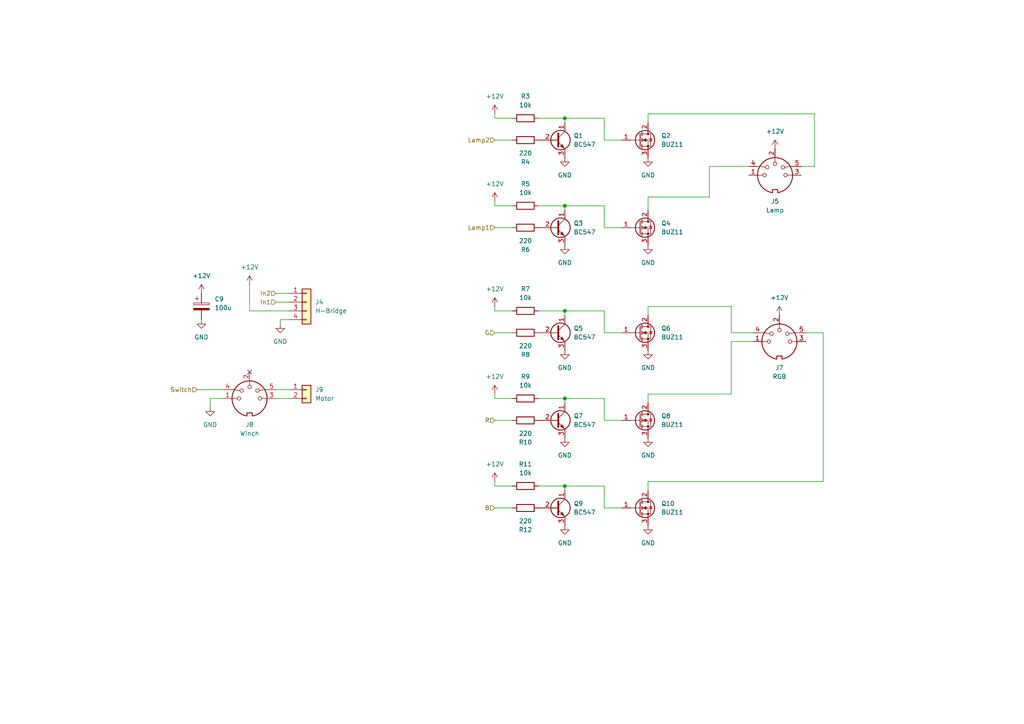
<source format=kicad_sch>
(kicad_sch
	(version 20231120)
	(generator "eeschema")
	(generator_version "8.0")
	(uuid "461f3137-6391-4166-b43e-758a3c5798aa")
	(paper "A4")
	(lib_symbols
		(symbol "Connector:DIN-5_180degree"
			(pin_names
				(offset 1.016)
			)
			(exclude_from_sim no)
			(in_bom yes)
			(on_board yes)
			(property "Reference" "J"
				(at 3.175 5.715 0)
				(effects
					(font
						(size 1.27 1.27)
					)
				)
			)
			(property "Value" "DIN-5_180degree"
				(at 0 -6.35 0)
				(effects
					(font
						(size 1.27 1.27)
					)
				)
			)
			(property "Footprint" ""
				(at 0 0 0)
				(effects
					(font
						(size 1.27 1.27)
					)
					(hide yes)
				)
			)
			(property "Datasheet" "http://www.mouser.com/ds/2/18/40_c091_abd_e-75918.pdf"
				(at 0 0 0)
				(effects
					(font
						(size 1.27 1.27)
					)
					(hide yes)
				)
			)
			(property "Description" "5-pin DIN connector (5-pin DIN-5 stereo)"
				(at 0 0 0)
				(effects
					(font
						(size 1.27 1.27)
					)
					(hide yes)
				)
			)
			(property "ki_keywords" "circular DIN connector stereo audio"
				(at 0 0 0)
				(effects
					(font
						(size 1.27 1.27)
					)
					(hide yes)
				)
			)
			(property "ki_fp_filters" "DIN*"
				(at 0 0 0)
				(effects
					(font
						(size 1.27 1.27)
					)
					(hide yes)
				)
			)
			(symbol "DIN-5_180degree_0_1"
				(arc
					(start -5.08 0)
					(mid -3.8609 -3.3364)
					(end -0.762 -5.08)
					(stroke
						(width 0.254)
						(type default)
					)
					(fill
						(type none)
					)
				)
				(circle
					(center -3.048 0)
					(radius 0.508)
					(stroke
						(width 0)
						(type default)
					)
					(fill
						(type none)
					)
				)
				(circle
					(center -2.286 2.286)
					(radius 0.508)
					(stroke
						(width 0)
						(type default)
					)
					(fill
						(type none)
					)
				)
				(polyline
					(pts
						(xy -5.08 0) (xy -3.556 0)
					)
					(stroke
						(width 0)
						(type default)
					)
					(fill
						(type none)
					)
				)
				(polyline
					(pts
						(xy 0 5.08) (xy 0 3.81)
					)
					(stroke
						(width 0)
						(type default)
					)
					(fill
						(type none)
					)
				)
				(polyline
					(pts
						(xy 5.08 0) (xy 3.556 0)
					)
					(stroke
						(width 0)
						(type default)
					)
					(fill
						(type none)
					)
				)
				(polyline
					(pts
						(xy -5.08 2.54) (xy -4.318 2.54) (xy -2.794 2.286)
					)
					(stroke
						(width 0)
						(type default)
					)
					(fill
						(type none)
					)
				)
				(polyline
					(pts
						(xy 5.08 2.54) (xy 4.318 2.54) (xy 2.794 2.286)
					)
					(stroke
						(width 0)
						(type default)
					)
					(fill
						(type none)
					)
				)
				(polyline
					(pts
						(xy -0.762 -4.953) (xy -0.762 -4.191) (xy 0.762 -4.191) (xy 0.762 -4.953)
					)
					(stroke
						(width 0.254)
						(type default)
					)
					(fill
						(type none)
					)
				)
				(circle
					(center 0 3.302)
					(radius 0.508)
					(stroke
						(width 0)
						(type default)
					)
					(fill
						(type none)
					)
				)
				(arc
					(start 0.762 -5.08)
					(mid 3.8685 -3.343)
					(end 5.08 0)
					(stroke
						(width 0.254)
						(type default)
					)
					(fill
						(type none)
					)
				)
				(circle
					(center 2.286 2.286)
					(radius 0.508)
					(stroke
						(width 0)
						(type default)
					)
					(fill
						(type none)
					)
				)
				(circle
					(center 3.048 0)
					(radius 0.508)
					(stroke
						(width 0)
						(type default)
					)
					(fill
						(type none)
					)
				)
				(arc
					(start 5.08 0)
					(mid 0 5.0579)
					(end -5.08 0)
					(stroke
						(width 0.254)
						(type default)
					)
					(fill
						(type none)
					)
				)
			)
			(symbol "DIN-5_180degree_1_1"
				(pin passive line
					(at -7.62 0 0)
					(length 2.54)
					(name "~"
						(effects
							(font
								(size 1.27 1.27)
							)
						)
					)
					(number "1"
						(effects
							(font
								(size 1.27 1.27)
							)
						)
					)
				)
				(pin passive line
					(at 0 7.62 270)
					(length 2.54)
					(name "~"
						(effects
							(font
								(size 1.27 1.27)
							)
						)
					)
					(number "2"
						(effects
							(font
								(size 1.27 1.27)
							)
						)
					)
				)
				(pin passive line
					(at 7.62 0 180)
					(length 2.54)
					(name "~"
						(effects
							(font
								(size 1.27 1.27)
							)
						)
					)
					(number "3"
						(effects
							(font
								(size 1.27 1.27)
							)
						)
					)
				)
				(pin passive line
					(at -7.62 2.54 0)
					(length 2.54)
					(name "~"
						(effects
							(font
								(size 1.27 1.27)
							)
						)
					)
					(number "4"
						(effects
							(font
								(size 1.27 1.27)
							)
						)
					)
				)
				(pin passive line
					(at 7.62 2.54 180)
					(length 2.54)
					(name "~"
						(effects
							(font
								(size 1.27 1.27)
							)
						)
					)
					(number "5"
						(effects
							(font
								(size 1.27 1.27)
							)
						)
					)
				)
			)
		)
		(symbol "Connector_Generic:Conn_01x02"
			(pin_names
				(offset 1.016) hide)
			(exclude_from_sim no)
			(in_bom yes)
			(on_board yes)
			(property "Reference" "J"
				(at 0 2.54 0)
				(effects
					(font
						(size 1.27 1.27)
					)
				)
			)
			(property "Value" "Conn_01x02"
				(at 0 -5.08 0)
				(effects
					(font
						(size 1.27 1.27)
					)
				)
			)
			(property "Footprint" ""
				(at 0 0 0)
				(effects
					(font
						(size 1.27 1.27)
					)
					(hide yes)
				)
			)
			(property "Datasheet" "~"
				(at 0 0 0)
				(effects
					(font
						(size 1.27 1.27)
					)
					(hide yes)
				)
			)
			(property "Description" "Generic connector, single row, 01x02, script generated (kicad-library-utils/schlib/autogen/connector/)"
				(at 0 0 0)
				(effects
					(font
						(size 1.27 1.27)
					)
					(hide yes)
				)
			)
			(property "ki_keywords" "connector"
				(at 0 0 0)
				(effects
					(font
						(size 1.27 1.27)
					)
					(hide yes)
				)
			)
			(property "ki_fp_filters" "Connector*:*_1x??_*"
				(at 0 0 0)
				(effects
					(font
						(size 1.27 1.27)
					)
					(hide yes)
				)
			)
			(symbol "Conn_01x02_1_1"
				(rectangle
					(start -1.27 -2.413)
					(end 0 -2.667)
					(stroke
						(width 0.1524)
						(type default)
					)
					(fill
						(type none)
					)
				)
				(rectangle
					(start -1.27 0.127)
					(end 0 -0.127)
					(stroke
						(width 0.1524)
						(type default)
					)
					(fill
						(type none)
					)
				)
				(rectangle
					(start -1.27 1.27)
					(end 1.27 -3.81)
					(stroke
						(width 0.254)
						(type default)
					)
					(fill
						(type background)
					)
				)
				(pin passive line
					(at -5.08 0 0)
					(length 3.81)
					(name "Pin_1"
						(effects
							(font
								(size 1.27 1.27)
							)
						)
					)
					(number "1"
						(effects
							(font
								(size 1.27 1.27)
							)
						)
					)
				)
				(pin passive line
					(at -5.08 -2.54 0)
					(length 3.81)
					(name "Pin_2"
						(effects
							(font
								(size 1.27 1.27)
							)
						)
					)
					(number "2"
						(effects
							(font
								(size 1.27 1.27)
							)
						)
					)
				)
			)
		)
		(symbol "Connector_Generic:Conn_01x04"
			(pin_names
				(offset 1.016) hide)
			(exclude_from_sim no)
			(in_bom yes)
			(on_board yes)
			(property "Reference" "J"
				(at 0 5.08 0)
				(effects
					(font
						(size 1.27 1.27)
					)
				)
			)
			(property "Value" "Conn_01x04"
				(at 0 -7.62 0)
				(effects
					(font
						(size 1.27 1.27)
					)
				)
			)
			(property "Footprint" ""
				(at 0 0 0)
				(effects
					(font
						(size 1.27 1.27)
					)
					(hide yes)
				)
			)
			(property "Datasheet" "~"
				(at 0 0 0)
				(effects
					(font
						(size 1.27 1.27)
					)
					(hide yes)
				)
			)
			(property "Description" "Generic connector, single row, 01x04, script generated (kicad-library-utils/schlib/autogen/connector/)"
				(at 0 0 0)
				(effects
					(font
						(size 1.27 1.27)
					)
					(hide yes)
				)
			)
			(property "ki_keywords" "connector"
				(at 0 0 0)
				(effects
					(font
						(size 1.27 1.27)
					)
					(hide yes)
				)
			)
			(property "ki_fp_filters" "Connector*:*_1x??_*"
				(at 0 0 0)
				(effects
					(font
						(size 1.27 1.27)
					)
					(hide yes)
				)
			)
			(symbol "Conn_01x04_1_1"
				(rectangle
					(start -1.27 -4.953)
					(end 0 -5.207)
					(stroke
						(width 0.1524)
						(type default)
					)
					(fill
						(type none)
					)
				)
				(rectangle
					(start -1.27 -2.413)
					(end 0 -2.667)
					(stroke
						(width 0.1524)
						(type default)
					)
					(fill
						(type none)
					)
				)
				(rectangle
					(start -1.27 0.127)
					(end 0 -0.127)
					(stroke
						(width 0.1524)
						(type default)
					)
					(fill
						(type none)
					)
				)
				(rectangle
					(start -1.27 2.667)
					(end 0 2.413)
					(stroke
						(width 0.1524)
						(type default)
					)
					(fill
						(type none)
					)
				)
				(rectangle
					(start -1.27 3.81)
					(end 1.27 -6.35)
					(stroke
						(width 0.254)
						(type default)
					)
					(fill
						(type background)
					)
				)
				(pin passive line
					(at -5.08 2.54 0)
					(length 3.81)
					(name "Pin_1"
						(effects
							(font
								(size 1.27 1.27)
							)
						)
					)
					(number "1"
						(effects
							(font
								(size 1.27 1.27)
							)
						)
					)
				)
				(pin passive line
					(at -5.08 0 0)
					(length 3.81)
					(name "Pin_2"
						(effects
							(font
								(size 1.27 1.27)
							)
						)
					)
					(number "2"
						(effects
							(font
								(size 1.27 1.27)
							)
						)
					)
				)
				(pin passive line
					(at -5.08 -2.54 0)
					(length 3.81)
					(name "Pin_3"
						(effects
							(font
								(size 1.27 1.27)
							)
						)
					)
					(number "3"
						(effects
							(font
								(size 1.27 1.27)
							)
						)
					)
				)
				(pin passive line
					(at -5.08 -5.08 0)
					(length 3.81)
					(name "Pin_4"
						(effects
							(font
								(size 1.27 1.27)
							)
						)
					)
					(number "4"
						(effects
							(font
								(size 1.27 1.27)
							)
						)
					)
				)
			)
		)
		(symbol "Device:C_Polarized"
			(pin_numbers hide)
			(pin_names
				(offset 0.254)
			)
			(exclude_from_sim no)
			(in_bom yes)
			(on_board yes)
			(property "Reference" "C"
				(at 0.635 2.54 0)
				(effects
					(font
						(size 1.27 1.27)
					)
					(justify left)
				)
			)
			(property "Value" "C_Polarized"
				(at 0.635 -2.54 0)
				(effects
					(font
						(size 1.27 1.27)
					)
					(justify left)
				)
			)
			(property "Footprint" ""
				(at 0.9652 -3.81 0)
				(effects
					(font
						(size 1.27 1.27)
					)
					(hide yes)
				)
			)
			(property "Datasheet" "~"
				(at 0 0 0)
				(effects
					(font
						(size 1.27 1.27)
					)
					(hide yes)
				)
			)
			(property "Description" "Polarized capacitor"
				(at 0 0 0)
				(effects
					(font
						(size 1.27 1.27)
					)
					(hide yes)
				)
			)
			(property "ki_keywords" "cap capacitor"
				(at 0 0 0)
				(effects
					(font
						(size 1.27 1.27)
					)
					(hide yes)
				)
			)
			(property "ki_fp_filters" "CP_*"
				(at 0 0 0)
				(effects
					(font
						(size 1.27 1.27)
					)
					(hide yes)
				)
			)
			(symbol "C_Polarized_0_1"
				(rectangle
					(start -2.286 0.508)
					(end 2.286 1.016)
					(stroke
						(width 0)
						(type default)
					)
					(fill
						(type none)
					)
				)
				(polyline
					(pts
						(xy -1.778 2.286) (xy -0.762 2.286)
					)
					(stroke
						(width 0)
						(type default)
					)
					(fill
						(type none)
					)
				)
				(polyline
					(pts
						(xy -1.27 2.794) (xy -1.27 1.778)
					)
					(stroke
						(width 0)
						(type default)
					)
					(fill
						(type none)
					)
				)
				(rectangle
					(start 2.286 -0.508)
					(end -2.286 -1.016)
					(stroke
						(width 0)
						(type default)
					)
					(fill
						(type outline)
					)
				)
			)
			(symbol "C_Polarized_1_1"
				(pin passive line
					(at 0 3.81 270)
					(length 2.794)
					(name "~"
						(effects
							(font
								(size 1.27 1.27)
							)
						)
					)
					(number "1"
						(effects
							(font
								(size 1.27 1.27)
							)
						)
					)
				)
				(pin passive line
					(at 0 -3.81 90)
					(length 2.794)
					(name "~"
						(effects
							(font
								(size 1.27 1.27)
							)
						)
					)
					(number "2"
						(effects
							(font
								(size 1.27 1.27)
							)
						)
					)
				)
			)
		)
		(symbol "Device:R"
			(pin_numbers hide)
			(pin_names
				(offset 0)
			)
			(exclude_from_sim no)
			(in_bom yes)
			(on_board yes)
			(property "Reference" "R"
				(at 2.032 0 90)
				(effects
					(font
						(size 1.27 1.27)
					)
				)
			)
			(property "Value" "R"
				(at 0 0 90)
				(effects
					(font
						(size 1.27 1.27)
					)
				)
			)
			(property "Footprint" ""
				(at -1.778 0 90)
				(effects
					(font
						(size 1.27 1.27)
					)
					(hide yes)
				)
			)
			(property "Datasheet" "~"
				(at 0 0 0)
				(effects
					(font
						(size 1.27 1.27)
					)
					(hide yes)
				)
			)
			(property "Description" "Resistor"
				(at 0 0 0)
				(effects
					(font
						(size 1.27 1.27)
					)
					(hide yes)
				)
			)
			(property "ki_keywords" "R res resistor"
				(at 0 0 0)
				(effects
					(font
						(size 1.27 1.27)
					)
					(hide yes)
				)
			)
			(property "ki_fp_filters" "R_*"
				(at 0 0 0)
				(effects
					(font
						(size 1.27 1.27)
					)
					(hide yes)
				)
			)
			(symbol "R_0_1"
				(rectangle
					(start -1.016 -2.54)
					(end 1.016 2.54)
					(stroke
						(width 0.254)
						(type default)
					)
					(fill
						(type none)
					)
				)
			)
			(symbol "R_1_1"
				(pin passive line
					(at 0 3.81 270)
					(length 1.27)
					(name "~"
						(effects
							(font
								(size 1.27 1.27)
							)
						)
					)
					(number "1"
						(effects
							(font
								(size 1.27 1.27)
							)
						)
					)
				)
				(pin passive line
					(at 0 -3.81 90)
					(length 1.27)
					(name "~"
						(effects
							(font
								(size 1.27 1.27)
							)
						)
					)
					(number "2"
						(effects
							(font
								(size 1.27 1.27)
							)
						)
					)
				)
			)
		)
		(symbol "Transistor_BJT:BC547"
			(pin_names
				(offset 0) hide)
			(exclude_from_sim no)
			(in_bom yes)
			(on_board yes)
			(property "Reference" "Q"
				(at 5.08 1.905 0)
				(effects
					(font
						(size 1.27 1.27)
					)
					(justify left)
				)
			)
			(property "Value" "BC547"
				(at 5.08 0 0)
				(effects
					(font
						(size 1.27 1.27)
					)
					(justify left)
				)
			)
			(property "Footprint" "Package_TO_SOT_THT:TO-92_Inline"
				(at 5.08 -1.905 0)
				(effects
					(font
						(size 1.27 1.27)
						(italic yes)
					)
					(justify left)
					(hide yes)
				)
			)
			(property "Datasheet" "https://www.onsemi.com/pub/Collateral/BC550-D.pdf"
				(at 0 0 0)
				(effects
					(font
						(size 1.27 1.27)
					)
					(justify left)
					(hide yes)
				)
			)
			(property "Description" "0.1A Ic, 45V Vce, Small Signal NPN Transistor, TO-92"
				(at 0 0 0)
				(effects
					(font
						(size 1.27 1.27)
					)
					(hide yes)
				)
			)
			(property "ki_keywords" "NPN Transistor"
				(at 0 0 0)
				(effects
					(font
						(size 1.27 1.27)
					)
					(hide yes)
				)
			)
			(property "ki_fp_filters" "TO?92*"
				(at 0 0 0)
				(effects
					(font
						(size 1.27 1.27)
					)
					(hide yes)
				)
			)
			(symbol "BC547_0_1"
				(polyline
					(pts
						(xy 0 0) (xy 0.635 0)
					)
					(stroke
						(width 0)
						(type default)
					)
					(fill
						(type none)
					)
				)
				(polyline
					(pts
						(xy 0.635 0.635) (xy 2.54 2.54)
					)
					(stroke
						(width 0)
						(type default)
					)
					(fill
						(type none)
					)
				)
				(polyline
					(pts
						(xy 0.635 -0.635) (xy 2.54 -2.54) (xy 2.54 -2.54)
					)
					(stroke
						(width 0)
						(type default)
					)
					(fill
						(type none)
					)
				)
				(polyline
					(pts
						(xy 0.635 1.905) (xy 0.635 -1.905) (xy 0.635 -1.905)
					)
					(stroke
						(width 0.508)
						(type default)
					)
					(fill
						(type none)
					)
				)
				(polyline
					(pts
						(xy 1.27 -1.778) (xy 1.778 -1.27) (xy 2.286 -2.286) (xy 1.27 -1.778) (xy 1.27 -1.778)
					)
					(stroke
						(width 0)
						(type default)
					)
					(fill
						(type outline)
					)
				)
				(circle
					(center 1.27 0)
					(radius 2.8194)
					(stroke
						(width 0.254)
						(type default)
					)
					(fill
						(type none)
					)
				)
			)
			(symbol "BC547_1_1"
				(pin passive line
					(at 2.54 5.08 270)
					(length 2.54)
					(name "C"
						(effects
							(font
								(size 1.27 1.27)
							)
						)
					)
					(number "1"
						(effects
							(font
								(size 1.27 1.27)
							)
						)
					)
				)
				(pin input line
					(at -5.08 0 0)
					(length 5.08)
					(name "B"
						(effects
							(font
								(size 1.27 1.27)
							)
						)
					)
					(number "2"
						(effects
							(font
								(size 1.27 1.27)
							)
						)
					)
				)
				(pin passive line
					(at 2.54 -5.08 90)
					(length 2.54)
					(name "E"
						(effects
							(font
								(size 1.27 1.27)
							)
						)
					)
					(number "3"
						(effects
							(font
								(size 1.27 1.27)
							)
						)
					)
				)
			)
		)
		(symbol "Transistor_FET:BUZ11"
			(pin_names hide)
			(exclude_from_sim no)
			(in_bom yes)
			(on_board yes)
			(property "Reference" "Q"
				(at 5.08 1.905 0)
				(effects
					(font
						(size 1.27 1.27)
					)
					(justify left)
				)
			)
			(property "Value" "BUZ11"
				(at 5.08 0 0)
				(effects
					(font
						(size 1.27 1.27)
					)
					(justify left)
				)
			)
			(property "Footprint" "Package_TO_SOT_THT:TO-220-3_Vertical"
				(at 5.08 -1.905 0)
				(effects
					(font
						(size 1.27 1.27)
						(italic yes)
					)
					(justify left)
					(hide yes)
				)
			)
			(property "Datasheet" "https://media.digikey.com/pdf/Data%20Sheets/Fairchild%20PDFs/BUZ11.pdf"
				(at 5.08 -3.81 0)
				(effects
					(font
						(size 1.27 1.27)
					)
					(justify left)
					(hide yes)
				)
			)
			(property "Description" "30A Id, 50V Vds, N-Channel Power MOSFET, TO-220"
				(at 0 0 0)
				(effects
					(font
						(size 1.27 1.27)
					)
					(hide yes)
				)
			)
			(property "ki_keywords" "N-Channel Power MOSFET"
				(at 0 0 0)
				(effects
					(font
						(size 1.27 1.27)
					)
					(hide yes)
				)
			)
			(property "ki_fp_filters" "TO?220*"
				(at 0 0 0)
				(effects
					(font
						(size 1.27 1.27)
					)
					(hide yes)
				)
			)
			(symbol "BUZ11_0_1"
				(polyline
					(pts
						(xy 0.254 0) (xy -2.54 0)
					)
					(stroke
						(width 0)
						(type default)
					)
					(fill
						(type none)
					)
				)
				(polyline
					(pts
						(xy 0.254 1.905) (xy 0.254 -1.905)
					)
					(stroke
						(width 0.254)
						(type default)
					)
					(fill
						(type none)
					)
				)
				(polyline
					(pts
						(xy 0.762 -1.27) (xy 0.762 -2.286)
					)
					(stroke
						(width 0.254)
						(type default)
					)
					(fill
						(type none)
					)
				)
				(polyline
					(pts
						(xy 0.762 0.508) (xy 0.762 -0.508)
					)
					(stroke
						(width 0.254)
						(type default)
					)
					(fill
						(type none)
					)
				)
				(polyline
					(pts
						(xy 0.762 2.286) (xy 0.762 1.27)
					)
					(stroke
						(width 0.254)
						(type default)
					)
					(fill
						(type none)
					)
				)
				(polyline
					(pts
						(xy 2.54 2.54) (xy 2.54 1.778)
					)
					(stroke
						(width 0)
						(type default)
					)
					(fill
						(type none)
					)
				)
				(polyline
					(pts
						(xy 2.54 -2.54) (xy 2.54 0) (xy 0.762 0)
					)
					(stroke
						(width 0)
						(type default)
					)
					(fill
						(type none)
					)
				)
				(polyline
					(pts
						(xy 0.762 -1.778) (xy 3.302 -1.778) (xy 3.302 1.778) (xy 0.762 1.778)
					)
					(stroke
						(width 0)
						(type default)
					)
					(fill
						(type none)
					)
				)
				(polyline
					(pts
						(xy 1.016 0) (xy 2.032 0.381) (xy 2.032 -0.381) (xy 1.016 0)
					)
					(stroke
						(width 0)
						(type default)
					)
					(fill
						(type outline)
					)
				)
				(polyline
					(pts
						(xy 2.794 0.508) (xy 2.921 0.381) (xy 3.683 0.381) (xy 3.81 0.254)
					)
					(stroke
						(width 0)
						(type default)
					)
					(fill
						(type none)
					)
				)
				(polyline
					(pts
						(xy 3.302 0.381) (xy 2.921 -0.254) (xy 3.683 -0.254) (xy 3.302 0.381)
					)
					(stroke
						(width 0)
						(type default)
					)
					(fill
						(type none)
					)
				)
				(circle
					(center 1.651 0)
					(radius 2.794)
					(stroke
						(width 0.254)
						(type default)
					)
					(fill
						(type none)
					)
				)
				(circle
					(center 2.54 -1.778)
					(radius 0.254)
					(stroke
						(width 0)
						(type default)
					)
					(fill
						(type outline)
					)
				)
				(circle
					(center 2.54 1.778)
					(radius 0.254)
					(stroke
						(width 0)
						(type default)
					)
					(fill
						(type outline)
					)
				)
			)
			(symbol "BUZ11_1_1"
				(pin input line
					(at -5.08 0 0)
					(length 2.54)
					(name "G"
						(effects
							(font
								(size 1.27 1.27)
							)
						)
					)
					(number "1"
						(effects
							(font
								(size 1.27 1.27)
							)
						)
					)
				)
				(pin passive line
					(at 2.54 5.08 270)
					(length 2.54)
					(name "D"
						(effects
							(font
								(size 1.27 1.27)
							)
						)
					)
					(number "2"
						(effects
							(font
								(size 1.27 1.27)
							)
						)
					)
				)
				(pin passive line
					(at 2.54 -5.08 90)
					(length 2.54)
					(name "S"
						(effects
							(font
								(size 1.27 1.27)
							)
						)
					)
					(number "3"
						(effects
							(font
								(size 1.27 1.27)
							)
						)
					)
				)
			)
		)
		(symbol "power:+12V"
			(power)
			(pin_numbers hide)
			(pin_names
				(offset 0) hide)
			(exclude_from_sim no)
			(in_bom yes)
			(on_board yes)
			(property "Reference" "#PWR"
				(at 0 -3.81 0)
				(effects
					(font
						(size 1.27 1.27)
					)
					(hide yes)
				)
			)
			(property "Value" "+12V"
				(at 0 3.556 0)
				(effects
					(font
						(size 1.27 1.27)
					)
				)
			)
			(property "Footprint" ""
				(at 0 0 0)
				(effects
					(font
						(size 1.27 1.27)
					)
					(hide yes)
				)
			)
			(property "Datasheet" ""
				(at 0 0 0)
				(effects
					(font
						(size 1.27 1.27)
					)
					(hide yes)
				)
			)
			(property "Description" "Power symbol creates a global label with name \"+12V\""
				(at 0 0 0)
				(effects
					(font
						(size 1.27 1.27)
					)
					(hide yes)
				)
			)
			(property "ki_keywords" "global power"
				(at 0 0 0)
				(effects
					(font
						(size 1.27 1.27)
					)
					(hide yes)
				)
			)
			(symbol "+12V_0_1"
				(polyline
					(pts
						(xy -0.762 1.27) (xy 0 2.54)
					)
					(stroke
						(width 0)
						(type default)
					)
					(fill
						(type none)
					)
				)
				(polyline
					(pts
						(xy 0 0) (xy 0 2.54)
					)
					(stroke
						(width 0)
						(type default)
					)
					(fill
						(type none)
					)
				)
				(polyline
					(pts
						(xy 0 2.54) (xy 0.762 1.27)
					)
					(stroke
						(width 0)
						(type default)
					)
					(fill
						(type none)
					)
				)
			)
			(symbol "+12V_1_1"
				(pin power_in line
					(at 0 0 90)
					(length 0)
					(name "~"
						(effects
							(font
								(size 1.27 1.27)
							)
						)
					)
					(number "1"
						(effects
							(font
								(size 1.27 1.27)
							)
						)
					)
				)
			)
		)
		(symbol "power:GND"
			(power)
			(pin_numbers hide)
			(pin_names
				(offset 0) hide)
			(exclude_from_sim no)
			(in_bom yes)
			(on_board yes)
			(property "Reference" "#PWR"
				(at 0 -6.35 0)
				(effects
					(font
						(size 1.27 1.27)
					)
					(hide yes)
				)
			)
			(property "Value" "GND"
				(at 0 -3.81 0)
				(effects
					(font
						(size 1.27 1.27)
					)
				)
			)
			(property "Footprint" ""
				(at 0 0 0)
				(effects
					(font
						(size 1.27 1.27)
					)
					(hide yes)
				)
			)
			(property "Datasheet" ""
				(at 0 0 0)
				(effects
					(font
						(size 1.27 1.27)
					)
					(hide yes)
				)
			)
			(property "Description" "Power symbol creates a global label with name \"GND\" , ground"
				(at 0 0 0)
				(effects
					(font
						(size 1.27 1.27)
					)
					(hide yes)
				)
			)
			(property "ki_keywords" "global power"
				(at 0 0 0)
				(effects
					(font
						(size 1.27 1.27)
					)
					(hide yes)
				)
			)
			(symbol "GND_0_1"
				(polyline
					(pts
						(xy 0 0) (xy 0 -1.27) (xy 1.27 -1.27) (xy 0 -2.54) (xy -1.27 -1.27) (xy 0 -1.27)
					)
					(stroke
						(width 0)
						(type default)
					)
					(fill
						(type none)
					)
				)
			)
			(symbol "GND_1_1"
				(pin power_in line
					(at 0 0 270)
					(length 0)
					(name "~"
						(effects
							(font
								(size 1.27 1.27)
							)
						)
					)
					(number "1"
						(effects
							(font
								(size 1.27 1.27)
							)
						)
					)
				)
			)
		)
	)
	(junction
		(at 163.83 34.29)
		(diameter 0)
		(color 0 0 0 0)
		(uuid "09c76eb7-71aa-4b56-8f24-052a9c0cf257")
	)
	(junction
		(at 163.83 59.69)
		(diameter 0)
		(color 0 0 0 0)
		(uuid "0f583deb-10ab-4675-82fd-183032fc0d4a")
	)
	(junction
		(at 163.83 90.17)
		(diameter 0)
		(color 0 0 0 0)
		(uuid "7fa65912-3b6c-4a84-bb68-e33852528517")
	)
	(junction
		(at 163.83 140.97)
		(diameter 0)
		(color 0 0 0 0)
		(uuid "98aba088-fa9f-44ae-b8f1-016ce7b10bd9")
	)
	(junction
		(at 163.83 115.57)
		(diameter 0)
		(color 0 0 0 0)
		(uuid "ad141ad7-a23e-455c-b885-78d7dc3c6cf3")
	)
	(no_connect
		(at 72.39 107.95)
		(uuid "a4ca3dee-8353-4e00-b1b7-e29eaa0ddeaa")
	)
	(wire
		(pts
			(xy 205.74 48.26) (xy 205.74 57.15)
		)
		(stroke
			(width 0)
			(type default)
		)
		(uuid "00b9e167-28c1-4645-8bb1-0c117055d169")
	)
	(wire
		(pts
			(xy 163.83 115.57) (xy 175.26 115.57)
		)
		(stroke
			(width 0)
			(type default)
		)
		(uuid "07184dd4-921a-461a-9905-32010e6baae2")
	)
	(wire
		(pts
			(xy 187.96 139.7) (xy 187.96 142.24)
		)
		(stroke
			(width 0)
			(type default)
		)
		(uuid "09387f86-e4fc-4a26-b1ce-9a1e0305ad8b")
	)
	(wire
		(pts
			(xy 175.26 66.04) (xy 180.34 66.04)
		)
		(stroke
			(width 0)
			(type default)
		)
		(uuid "0b556de8-b18d-48fa-ac60-936feb1375ac")
	)
	(wire
		(pts
			(xy 187.96 114.3) (xy 212.09 114.3)
		)
		(stroke
			(width 0)
			(type default)
		)
		(uuid "0c66ef0f-9629-48c5-913c-e5512ff64286")
	)
	(wire
		(pts
			(xy 175.26 40.64) (xy 180.34 40.64)
		)
		(stroke
			(width 0)
			(type default)
		)
		(uuid "110276df-b77d-4ac6-af8c-eaaa72f59ee2")
	)
	(wire
		(pts
			(xy 163.83 59.69) (xy 175.26 59.69)
		)
		(stroke
			(width 0)
			(type default)
		)
		(uuid "21dc4bad-3426-4485-82b0-91b760d31d38")
	)
	(wire
		(pts
			(xy 175.26 121.92) (xy 180.34 121.92)
		)
		(stroke
			(width 0)
			(type default)
		)
		(uuid "22dfbb4d-c4bf-402b-8d09-1a0c1ba3fa4f")
	)
	(wire
		(pts
			(xy 187.96 57.15) (xy 187.96 60.96)
		)
		(stroke
			(width 0)
			(type default)
		)
		(uuid "25d740ed-a440-425e-aa16-fead7e41d28e")
	)
	(wire
		(pts
			(xy 83.82 90.17) (xy 72.39 90.17)
		)
		(stroke
			(width 0)
			(type default)
		)
		(uuid "26add669-5b67-4d60-81e8-fac79ef485aa")
	)
	(wire
		(pts
			(xy 143.51 139.7) (xy 143.51 140.97)
		)
		(stroke
			(width 0)
			(type default)
		)
		(uuid "2911850b-558e-43e8-9bff-7d35563f32de")
	)
	(wire
		(pts
			(xy 236.22 48.26) (xy 232.41 48.26)
		)
		(stroke
			(width 0)
			(type default)
		)
		(uuid "2e8d0fd5-6eb3-4fbb-b5a8-5f7d4c47aed3")
	)
	(wire
		(pts
			(xy 163.83 91.44) (xy 163.83 90.17)
		)
		(stroke
			(width 0)
			(type default)
		)
		(uuid "31803700-085f-4d3c-a421-f611b83081cf")
	)
	(wire
		(pts
			(xy 143.51 96.52) (xy 148.59 96.52)
		)
		(stroke
			(width 0)
			(type default)
		)
		(uuid "323c570a-8526-408b-90ad-3732a06c1049")
	)
	(wire
		(pts
			(xy 175.26 96.52) (xy 180.34 96.52)
		)
		(stroke
			(width 0)
			(type default)
		)
		(uuid "3267b6d8-2399-4007-b908-4adcbee8026f")
	)
	(wire
		(pts
			(xy 187.96 35.56) (xy 187.96 33.02)
		)
		(stroke
			(width 0)
			(type default)
		)
		(uuid "3d039df3-19fa-4825-9739-0bf8593886c8")
	)
	(wire
		(pts
			(xy 175.26 115.57) (xy 175.26 121.92)
		)
		(stroke
			(width 0)
			(type default)
		)
		(uuid "4d8913c5-6162-474c-a8f7-cbda87213e24")
	)
	(wire
		(pts
			(xy 212.09 96.52) (xy 212.09 88.9)
		)
		(stroke
			(width 0)
			(type default)
		)
		(uuid "4ed4099f-151a-4518-921b-6b2cbfd57457")
	)
	(wire
		(pts
			(xy 236.22 33.02) (xy 236.22 48.26)
		)
		(stroke
			(width 0)
			(type default)
		)
		(uuid "5068d819-e578-4804-83fe-4366a03ad52b")
	)
	(wire
		(pts
			(xy 80.01 113.03) (xy 83.82 113.03)
		)
		(stroke
			(width 0)
			(type default)
		)
		(uuid "55124fe7-4eea-4999-87be-c53935250fc8")
	)
	(wire
		(pts
			(xy 175.26 147.32) (xy 180.34 147.32)
		)
		(stroke
			(width 0)
			(type default)
		)
		(uuid "5fcd6891-da01-4310-8475-3a2b85be2c5a")
	)
	(wire
		(pts
			(xy 156.21 140.97) (xy 163.83 140.97)
		)
		(stroke
			(width 0)
			(type default)
		)
		(uuid "5fd40728-1928-4c86-9dfc-7eaf8e5df825")
	)
	(wire
		(pts
			(xy 163.83 116.84) (xy 163.83 115.57)
		)
		(stroke
			(width 0)
			(type default)
		)
		(uuid "60aca425-52fd-4776-85d6-a64fddf3872b")
	)
	(wire
		(pts
			(xy 80.01 85.09) (xy 83.82 85.09)
		)
		(stroke
			(width 0)
			(type default)
		)
		(uuid "61e67bc6-73bd-4aa4-925c-c951ce8a2701")
	)
	(wire
		(pts
			(xy 156.21 115.57) (xy 163.83 115.57)
		)
		(stroke
			(width 0)
			(type default)
		)
		(uuid "652ad1bc-fab0-4396-907d-91129724de7e")
	)
	(wire
		(pts
			(xy 81.28 92.71) (xy 83.82 92.71)
		)
		(stroke
			(width 0)
			(type default)
		)
		(uuid "697fec75-7b3c-49a5-a19b-ba4debbb85aa")
	)
	(wire
		(pts
			(xy 175.26 140.97) (xy 175.26 147.32)
		)
		(stroke
			(width 0)
			(type default)
		)
		(uuid "6b968905-2cd2-474f-a8e9-4cf3e310809e")
	)
	(wire
		(pts
			(xy 80.01 87.63) (xy 83.82 87.63)
		)
		(stroke
			(width 0)
			(type default)
		)
		(uuid "7195f7ae-199c-43f2-952f-c40a4bf8c666")
	)
	(wire
		(pts
			(xy 205.74 57.15) (xy 187.96 57.15)
		)
		(stroke
			(width 0)
			(type default)
		)
		(uuid "7622914d-5778-4a5e-b328-3ea9ec906839")
	)
	(wire
		(pts
			(xy 163.83 90.17) (xy 175.26 90.17)
		)
		(stroke
			(width 0)
			(type default)
		)
		(uuid "7d1497cb-60ec-45f3-984b-a1d5d6f99b69")
	)
	(wire
		(pts
			(xy 81.28 93.98) (xy 81.28 92.71)
		)
		(stroke
			(width 0)
			(type default)
		)
		(uuid "7d8fe2f8-75b7-484b-b2a5-1e715899fa36")
	)
	(wire
		(pts
			(xy 143.51 66.04) (xy 148.59 66.04)
		)
		(stroke
			(width 0)
			(type default)
		)
		(uuid "83e07ec8-87e4-4dcb-a200-9617cae669c3")
	)
	(wire
		(pts
			(xy 175.26 90.17) (xy 175.26 96.52)
		)
		(stroke
			(width 0)
			(type default)
		)
		(uuid "8671b47c-3a3b-49a2-b782-73c85ff33812")
	)
	(wire
		(pts
			(xy 175.26 34.29) (xy 175.26 40.64)
		)
		(stroke
			(width 0)
			(type default)
		)
		(uuid "8b33447c-13ad-412e-b4ea-b34c9398eb7d")
	)
	(wire
		(pts
			(xy 187.96 116.84) (xy 187.96 114.3)
		)
		(stroke
			(width 0)
			(type default)
		)
		(uuid "8b5afc3b-b56c-43e6-bb89-86b985ce0002")
	)
	(wire
		(pts
			(xy 143.51 90.17) (xy 148.59 90.17)
		)
		(stroke
			(width 0)
			(type default)
		)
		(uuid "8b78949b-f0b4-44dc-ba15-f3d984c84b2c")
	)
	(wire
		(pts
			(xy 218.44 96.52) (xy 212.09 96.52)
		)
		(stroke
			(width 0)
			(type default)
		)
		(uuid "8b850bf2-a341-4e27-b58a-5dc353316ba5")
	)
	(wire
		(pts
			(xy 163.83 60.96) (xy 163.83 59.69)
		)
		(stroke
			(width 0)
			(type default)
		)
		(uuid "901599c0-ee8c-439b-932f-711e78680b7a")
	)
	(wire
		(pts
			(xy 143.51 40.64) (xy 148.59 40.64)
		)
		(stroke
			(width 0)
			(type default)
		)
		(uuid "976b3b14-1b40-47d3-ae34-e03051f5df67")
	)
	(wire
		(pts
			(xy 80.01 115.57) (xy 83.82 115.57)
		)
		(stroke
			(width 0)
			(type default)
		)
		(uuid "9b0088bc-e81f-402f-86c5-abde25955343")
	)
	(wire
		(pts
			(xy 143.51 121.92) (xy 148.59 121.92)
		)
		(stroke
			(width 0)
			(type default)
		)
		(uuid "9dec0fa5-1040-4541-9ac0-92ccdd8395c4")
	)
	(wire
		(pts
			(xy 187.96 88.9) (xy 187.96 91.44)
		)
		(stroke
			(width 0)
			(type default)
		)
		(uuid "a09cb193-ef01-4afd-845c-e45b74cbf431")
	)
	(wire
		(pts
			(xy 57.15 113.03) (xy 64.77 113.03)
		)
		(stroke
			(width 0)
			(type default)
		)
		(uuid "a9b886eb-f7a6-48d8-b9ea-06934527c72f")
	)
	(wire
		(pts
			(xy 212.09 114.3) (xy 212.09 99.06)
		)
		(stroke
			(width 0)
			(type default)
		)
		(uuid "ab1c9602-9247-4038-b39f-2ace6dfa1f60")
	)
	(wire
		(pts
			(xy 212.09 99.06) (xy 218.44 99.06)
		)
		(stroke
			(width 0)
			(type default)
		)
		(uuid "ac1a9e9d-0686-43ee-8b9f-aa4d5b4b19ed")
	)
	(wire
		(pts
			(xy 143.51 114.3) (xy 143.51 115.57)
		)
		(stroke
			(width 0)
			(type default)
		)
		(uuid "b1062475-587c-40a3-b7d7-8780431e38d2")
	)
	(wire
		(pts
			(xy 156.21 90.17) (xy 163.83 90.17)
		)
		(stroke
			(width 0)
			(type default)
		)
		(uuid "beb15479-51b2-4382-8b64-55ecf2eea723")
	)
	(wire
		(pts
			(xy 143.51 34.29) (xy 148.59 34.29)
		)
		(stroke
			(width 0)
			(type default)
		)
		(uuid "c187be8d-4791-4003-b16d-8a1b7a8d0bfc")
	)
	(wire
		(pts
			(xy 217.17 48.26) (xy 205.74 48.26)
		)
		(stroke
			(width 0)
			(type default)
		)
		(uuid "c4db2007-c9ee-497c-8f45-cf88c51a2f26")
	)
	(wire
		(pts
			(xy 238.76 139.7) (xy 187.96 139.7)
		)
		(stroke
			(width 0)
			(type default)
		)
		(uuid "cc211057-f10b-436d-9ef9-a0e8d5b76934")
	)
	(wire
		(pts
			(xy 72.39 90.17) (xy 72.39 82.55)
		)
		(stroke
			(width 0)
			(type default)
		)
		(uuid "cd132875-4851-42af-968a-ef5f23a35f0f")
	)
	(wire
		(pts
			(xy 163.83 140.97) (xy 175.26 140.97)
		)
		(stroke
			(width 0)
			(type default)
		)
		(uuid "cdaff52f-6dd3-4b01-ab1d-e54d5d793321")
	)
	(wire
		(pts
			(xy 156.21 59.69) (xy 163.83 59.69)
		)
		(stroke
			(width 0)
			(type default)
		)
		(uuid "d0795608-c5aa-4486-a7ca-47ae84247b87")
	)
	(wire
		(pts
			(xy 212.09 88.9) (xy 187.96 88.9)
		)
		(stroke
			(width 0)
			(type default)
		)
		(uuid "d296f851-1e00-4b4e-aff3-b262b158aed3")
	)
	(wire
		(pts
			(xy 163.83 35.56) (xy 163.83 34.29)
		)
		(stroke
			(width 0)
			(type default)
		)
		(uuid "d618ca34-a11a-4a31-87ca-7521b9d79283")
	)
	(wire
		(pts
			(xy 156.21 34.29) (xy 163.83 34.29)
		)
		(stroke
			(width 0)
			(type default)
		)
		(uuid "d7a3aa67-ebaf-48c8-be2f-f4a0916d4f09")
	)
	(wire
		(pts
			(xy 60.96 115.57) (xy 60.96 118.11)
		)
		(stroke
			(width 0)
			(type default)
		)
		(uuid "d840cf4d-a152-4ab2-a2d8-d48e948fddd4")
	)
	(wire
		(pts
			(xy 163.83 34.29) (xy 175.26 34.29)
		)
		(stroke
			(width 0)
			(type default)
		)
		(uuid "d9453a70-fbac-4b93-b93f-e61be8e55fda")
	)
	(wire
		(pts
			(xy 175.26 59.69) (xy 175.26 66.04)
		)
		(stroke
			(width 0)
			(type default)
		)
		(uuid "de6de831-3712-4001-826b-9bec04167913")
	)
	(wire
		(pts
			(xy 143.51 88.9) (xy 143.51 90.17)
		)
		(stroke
			(width 0)
			(type default)
		)
		(uuid "e3df9f89-2f75-40c9-a975-e431558c8936")
	)
	(wire
		(pts
			(xy 238.76 96.52) (xy 238.76 139.7)
		)
		(stroke
			(width 0)
			(type default)
		)
		(uuid "e73ee849-5347-44d8-8994-030e7bb4476b")
	)
	(wire
		(pts
			(xy 143.51 115.57) (xy 148.59 115.57)
		)
		(stroke
			(width 0)
			(type default)
		)
		(uuid "eb6504cb-cceb-499c-b162-ab9c734ae3a1")
	)
	(wire
		(pts
			(xy 143.51 59.69) (xy 148.59 59.69)
		)
		(stroke
			(width 0)
			(type default)
		)
		(uuid "eba84d98-9661-4ca9-ae92-e0d0995e0d02")
	)
	(wire
		(pts
			(xy 143.51 58.42) (xy 143.51 59.69)
		)
		(stroke
			(width 0)
			(type default)
		)
		(uuid "ed50eb3f-0b2a-4578-bcda-181c89875dfd")
	)
	(wire
		(pts
			(xy 187.96 33.02) (xy 236.22 33.02)
		)
		(stroke
			(width 0)
			(type default)
		)
		(uuid "f68cd6ce-80eb-4c26-a52d-0e417a8a6f3a")
	)
	(wire
		(pts
			(xy 163.83 142.24) (xy 163.83 140.97)
		)
		(stroke
			(width 0)
			(type default)
		)
		(uuid "f784f6ec-355b-42cc-b7de-2b161fc1746c")
	)
	(wire
		(pts
			(xy 64.77 115.57) (xy 60.96 115.57)
		)
		(stroke
			(width 0)
			(type default)
		)
		(uuid "f987aec9-db0f-426f-99c7-d66ce992a5f8")
	)
	(wire
		(pts
			(xy 143.51 147.32) (xy 148.59 147.32)
		)
		(stroke
			(width 0)
			(type default)
		)
		(uuid "fbb74ecf-ebf6-4b6f-b773-a839c27c1ba0")
	)
	(wire
		(pts
			(xy 143.51 140.97) (xy 148.59 140.97)
		)
		(stroke
			(width 0)
			(type default)
		)
		(uuid "fc75dc56-2f92-42fb-889e-a27d68bd177e")
	)
	(wire
		(pts
			(xy 143.51 33.02) (xy 143.51 34.29)
		)
		(stroke
			(width 0)
			(type default)
		)
		(uuid "fcd03a14-9fb6-4bd2-9be3-468cb73a0a5a")
	)
	(wire
		(pts
			(xy 233.68 96.52) (xy 238.76 96.52)
		)
		(stroke
			(width 0)
			(type default)
		)
		(uuid "ff1caa97-0c41-4ad3-af93-1b76a6d44381")
	)
	(hierarchical_label "Switch"
		(shape input)
		(at 57.15 113.03 180)
		(fields_autoplaced yes)
		(effects
			(font
				(size 1.27 1.27)
			)
			(justify right)
		)
		(uuid "1983ce9c-181a-40ac-9514-4f44d141495c")
	)
	(hierarchical_label "In2"
		(shape input)
		(at 80.01 85.09 180)
		(fields_autoplaced yes)
		(effects
			(font
				(size 1.27 1.27)
			)
			(justify right)
		)
		(uuid "383f155f-341f-4533-878b-346da6425e02")
	)
	(hierarchical_label "G"
		(shape input)
		(at 143.51 96.52 180)
		(fields_autoplaced yes)
		(effects
			(font
				(size 1.27 1.27)
			)
			(justify right)
		)
		(uuid "822c9ea4-6f0b-4381-acd6-a0be8113aa6f")
	)
	(hierarchical_label "Lamp1"
		(shape input)
		(at 143.51 66.04 180)
		(fields_autoplaced yes)
		(effects
			(font
				(size 1.27 1.27)
			)
			(justify right)
		)
		(uuid "9cffddaf-c066-4e8f-86af-a78d54064ab2")
	)
	(hierarchical_label "R"
		(shape input)
		(at 143.51 121.92 180)
		(fields_autoplaced yes)
		(effects
			(font
				(size 1.27 1.27)
			)
			(justify right)
		)
		(uuid "b474072f-f642-482d-97ac-a67081c81685")
	)
	(hierarchical_label "Lamp2"
		(shape input)
		(at 143.51 40.64 180)
		(fields_autoplaced yes)
		(effects
			(font
				(size 1.27 1.27)
			)
			(justify right)
		)
		(uuid "cedb6052-ddc5-4604-82d3-20e68616c4ca")
	)
	(hierarchical_label "B"
		(shape input)
		(at 143.51 147.32 180)
		(fields_autoplaced yes)
		(effects
			(font
				(size 1.27 1.27)
			)
			(justify right)
		)
		(uuid "e64282b8-f295-43af-ab05-5dbcf1ea699a")
	)
	(hierarchical_label "In1"
		(shape input)
		(at 80.01 87.63 180)
		(fields_autoplaced yes)
		(effects
			(font
				(size 1.27 1.27)
			)
			(justify right)
		)
		(uuid "f4cf6fcb-7c1f-44f3-8486-312d73bb31df")
	)
	(symbol
		(lib_id "Device:R")
		(at 152.4 59.69 270)
		(mirror x)
		(unit 1)
		(exclude_from_sim no)
		(in_bom yes)
		(on_board yes)
		(dnp no)
		(uuid "00053777-e627-49b9-8a14-9cb0dac0c068")
		(property "Reference" "R5"
			(at 152.4 53.34 90)
			(effects
				(font
					(size 1.27 1.27)
				)
			)
		)
		(property "Value" "10k"
			(at 152.4 55.88 90)
			(effects
				(font
					(size 1.27 1.27)
				)
			)
		)
		(property "Footprint" "Resistor_THT:R_Axial_DIN0204_L3.6mm_D1.6mm_P2.54mm_Vertical"
			(at 152.4 61.468 90)
			(effects
				(font
					(size 1.27 1.27)
				)
				(hide yes)
			)
		)
		(property "Datasheet" "~"
			(at 152.4 59.69 0)
			(effects
				(font
					(size 1.27 1.27)
				)
				(hide yes)
			)
		)
		(property "Description" "Resistor"
			(at 152.4 59.69 0)
			(effects
				(font
					(size 1.27 1.27)
				)
				(hide yes)
			)
		)
		(pin "1"
			(uuid "fa72b359-acec-4a54-8ac4-439a7ea2e2d9")
		)
		(pin "2"
			(uuid "e078d67d-9bea-4195-b432-840cfd0992bc")
		)
		(instances
			(project "FancyController"
				(path "/55dff723-8289-4dee-b481-22bc7e6454cb/b0040e9a-f4e4-40a7-a74e-cce9411a5478"
					(reference "R5")
					(unit 1)
				)
			)
		)
	)
	(symbol
		(lib_id "Device:R")
		(at 152.4 115.57 270)
		(mirror x)
		(unit 1)
		(exclude_from_sim no)
		(in_bom yes)
		(on_board yes)
		(dnp no)
		(uuid "00f387e4-3087-47a1-86b3-5b398b6456dc")
		(property "Reference" "R9"
			(at 152.4 109.22 90)
			(effects
				(font
					(size 1.27 1.27)
				)
			)
		)
		(property "Value" "10k"
			(at 152.4 111.76 90)
			(effects
				(font
					(size 1.27 1.27)
				)
			)
		)
		(property "Footprint" "Resistor_THT:R_Axial_DIN0204_L3.6mm_D1.6mm_P2.54mm_Vertical"
			(at 152.4 117.348 90)
			(effects
				(font
					(size 1.27 1.27)
				)
				(hide yes)
			)
		)
		(property "Datasheet" "~"
			(at 152.4 115.57 0)
			(effects
				(font
					(size 1.27 1.27)
				)
				(hide yes)
			)
		)
		(property "Description" "Resistor"
			(at 152.4 115.57 0)
			(effects
				(font
					(size 1.27 1.27)
				)
				(hide yes)
			)
		)
		(pin "1"
			(uuid "9a0c5fbc-d6f1-4c52-a890-4aa5365c8248")
		)
		(pin "2"
			(uuid "3104d85d-4110-415c-91fa-1ac3d88da974")
		)
		(instances
			(project "FancyController"
				(path "/55dff723-8289-4dee-b481-22bc7e6454cb/b0040e9a-f4e4-40a7-a74e-cce9411a5478"
					(reference "R9")
					(unit 1)
				)
			)
		)
	)
	(symbol
		(lib_id "power:GND")
		(at 163.83 127 0)
		(unit 1)
		(exclude_from_sim no)
		(in_bom yes)
		(on_board yes)
		(dnp no)
		(uuid "02f60c2f-2b25-4e60-94ba-513fea590839")
		(property "Reference" "#PWR044"
			(at 163.83 133.35 0)
			(effects
				(font
					(size 1.27 1.27)
				)
				(hide yes)
			)
		)
		(property "Value" "GND"
			(at 163.83 132.08 0)
			(effects
				(font
					(size 1.27 1.27)
				)
			)
		)
		(property "Footprint" ""
			(at 163.83 127 0)
			(effects
				(font
					(size 1.27 1.27)
				)
				(hide yes)
			)
		)
		(property "Datasheet" ""
			(at 163.83 127 0)
			(effects
				(font
					(size 1.27 1.27)
				)
				(hide yes)
			)
		)
		(property "Description" "Power symbol creates a global label with name \"GND\" , ground"
			(at 163.83 127 0)
			(effects
				(font
					(size 1.27 1.27)
				)
				(hide yes)
			)
		)
		(pin "1"
			(uuid "6c37a5a0-1931-446a-90c5-763319372d20")
		)
		(instances
			(project "FancyController"
				(path "/55dff723-8289-4dee-b481-22bc7e6454cb/b0040e9a-f4e4-40a7-a74e-cce9411a5478"
					(reference "#PWR044")
					(unit 1)
				)
			)
		)
	)
	(symbol
		(lib_id "power:GND")
		(at 187.96 71.12 0)
		(unit 1)
		(exclude_from_sim no)
		(in_bom yes)
		(on_board yes)
		(dnp no)
		(uuid "086004df-7096-4946-8b94-b47ef5eaf54d")
		(property "Reference" "#PWR039"
			(at 187.96 77.47 0)
			(effects
				(font
					(size 1.27 1.27)
				)
				(hide yes)
			)
		)
		(property "Value" "GND"
			(at 187.96 76.2 0)
			(effects
				(font
					(size 1.27 1.27)
				)
			)
		)
		(property "Footprint" ""
			(at 187.96 71.12 0)
			(effects
				(font
					(size 1.27 1.27)
				)
				(hide yes)
			)
		)
		(property "Datasheet" ""
			(at 187.96 71.12 0)
			(effects
				(font
					(size 1.27 1.27)
				)
				(hide yes)
			)
		)
		(property "Description" "Power symbol creates a global label with name \"GND\" , ground"
			(at 187.96 71.12 0)
			(effects
				(font
					(size 1.27 1.27)
				)
				(hide yes)
			)
		)
		(pin "1"
			(uuid "2d8c8302-6b08-481d-b491-14de895b04fa")
		)
		(instances
			(project "FancyController"
				(path "/55dff723-8289-4dee-b481-22bc7e6454cb/b0040e9a-f4e4-40a7-a74e-cce9411a5478"
					(reference "#PWR039")
					(unit 1)
				)
			)
		)
	)
	(symbol
		(lib_id "Transistor_FET:BUZ11")
		(at 185.42 40.64 0)
		(unit 1)
		(exclude_from_sim no)
		(in_bom yes)
		(on_board yes)
		(dnp no)
		(fields_autoplaced yes)
		(uuid "0b019718-a626-4f4f-8862-c8583f10cd55")
		(property "Reference" "Q2"
			(at 191.77 39.3699 0)
			(effects
				(font
					(size 1.27 1.27)
				)
				(justify left)
			)
		)
		(property "Value" "BUZ11"
			(at 191.77 41.9099 0)
			(effects
				(font
					(size 1.27 1.27)
				)
				(justify left)
			)
		)
		(property "Footprint" "Package_TO_SOT_THT:TO-220-3_Vertical"
			(at 190.5 42.545 0)
			(effects
				(font
					(size 1.27 1.27)
					(italic yes)
				)
				(justify left)
				(hide yes)
			)
		)
		(property "Datasheet" "https://media.digikey.com/pdf/Data%20Sheets/Fairchild%20PDFs/BUZ11.pdf"
			(at 190.5 44.45 0)
			(effects
				(font
					(size 1.27 1.27)
				)
				(justify left)
				(hide yes)
			)
		)
		(property "Description" "30A Id, 50V Vds, N-Channel Power MOSFET, TO-220"
			(at 185.42 40.64 0)
			(effects
				(font
					(size 1.27 1.27)
				)
				(hide yes)
			)
		)
		(pin "3"
			(uuid "9c1cb91a-deed-4789-9976-559367f94ea7")
		)
		(pin "2"
			(uuid "f5e9c9c2-1f61-4f8b-9dbe-7829a3f9e297")
		)
		(pin "1"
			(uuid "c8dcdd82-bdfc-4825-815a-ea23360fa238")
		)
		(instances
			(project "FancyController"
				(path "/55dff723-8289-4dee-b481-22bc7e6454cb/b0040e9a-f4e4-40a7-a74e-cce9411a5478"
					(reference "Q2")
					(unit 1)
				)
			)
		)
	)
	(symbol
		(lib_id "Connector:DIN-5_180degree")
		(at 226.06 99.06 0)
		(unit 1)
		(exclude_from_sim no)
		(in_bom yes)
		(on_board yes)
		(dnp no)
		(fields_autoplaced yes)
		(uuid "0fa41fbf-797e-4bb4-8a94-438f9d96423d")
		(property "Reference" "J7"
			(at 226.0601 106.68 0)
			(effects
				(font
					(size 1.27 1.27)
				)
			)
		)
		(property "Value" "RGB"
			(at 226.0601 109.22 0)
			(effects
				(font
					(size 1.27 1.27)
				)
			)
		)
		(property "Footprint" ""
			(at 226.06 99.06 0)
			(effects
				(font
					(size 1.27 1.27)
				)
				(hide yes)
			)
		)
		(property "Datasheet" "http://www.mouser.com/ds/2/18/40_c091_abd_e-75918.pdf"
			(at 226.06 99.06 0)
			(effects
				(font
					(size 1.27 1.27)
				)
				(hide yes)
			)
		)
		(property "Description" "5-pin DIN connector (5-pin DIN-5 stereo)"
			(at 226.06 99.06 0)
			(effects
				(font
					(size 1.27 1.27)
				)
				(hide yes)
			)
		)
		(pin "1"
			(uuid "e0cfbad2-4e6d-45d3-8c71-8a33fd3fcc66")
		)
		(pin "3"
			(uuid "2a29687e-7fc6-4b38-a0ae-3c9402142e05")
		)
		(pin "2"
			(uuid "ca872503-b1c5-4ee1-8436-1405372aaaa8")
		)
		(pin "5"
			(uuid "d3ff6fb4-160e-49d7-b46e-2b7ebd41f36f")
		)
		(pin "4"
			(uuid "cd9aacb3-9cdd-4644-b467-3e33f4102471")
		)
		(instances
			(project "FancyController"
				(path "/55dff723-8289-4dee-b481-22bc7e6454cb/b0040e9a-f4e4-40a7-a74e-cce9411a5478"
					(reference "J7")
					(unit 1)
				)
			)
		)
	)
	(symbol
		(lib_id "power:GND")
		(at 163.83 71.12 0)
		(unit 1)
		(exclude_from_sim no)
		(in_bom yes)
		(on_board yes)
		(dnp no)
		(uuid "157c3e06-a576-4162-9678-937d7ebcb233")
		(property "Reference" "#PWR038"
			(at 163.83 77.47 0)
			(effects
				(font
					(size 1.27 1.27)
				)
				(hide yes)
			)
		)
		(property "Value" "GND"
			(at 163.83 76.2 0)
			(effects
				(font
					(size 1.27 1.27)
				)
			)
		)
		(property "Footprint" ""
			(at 163.83 71.12 0)
			(effects
				(font
					(size 1.27 1.27)
				)
				(hide yes)
			)
		)
		(property "Datasheet" ""
			(at 163.83 71.12 0)
			(effects
				(font
					(size 1.27 1.27)
				)
				(hide yes)
			)
		)
		(property "Description" "Power symbol creates a global label with name \"GND\" , ground"
			(at 163.83 71.12 0)
			(effects
				(font
					(size 1.27 1.27)
				)
				(hide yes)
			)
		)
		(pin "1"
			(uuid "aa200b87-5aa9-4a36-9cc2-f4e2705c8e4f")
		)
		(instances
			(project "FancyController"
				(path "/55dff723-8289-4dee-b481-22bc7e6454cb/b0040e9a-f4e4-40a7-a74e-cce9411a5478"
					(reference "#PWR038")
					(unit 1)
				)
			)
		)
	)
	(symbol
		(lib_id "power:GND")
		(at 187.96 127 0)
		(unit 1)
		(exclude_from_sim no)
		(in_bom yes)
		(on_board yes)
		(dnp no)
		(uuid "198d40f3-2067-46e8-82dd-5400df475e88")
		(property "Reference" "#PWR045"
			(at 187.96 133.35 0)
			(effects
				(font
					(size 1.27 1.27)
				)
				(hide yes)
			)
		)
		(property "Value" "GND"
			(at 187.96 132.08 0)
			(effects
				(font
					(size 1.27 1.27)
				)
			)
		)
		(property "Footprint" ""
			(at 187.96 127 0)
			(effects
				(font
					(size 1.27 1.27)
				)
				(hide yes)
			)
		)
		(property "Datasheet" ""
			(at 187.96 127 0)
			(effects
				(font
					(size 1.27 1.27)
				)
				(hide yes)
			)
		)
		(property "Description" "Power symbol creates a global label with name \"GND\" , ground"
			(at 187.96 127 0)
			(effects
				(font
					(size 1.27 1.27)
				)
				(hide yes)
			)
		)
		(pin "1"
			(uuid "7af9390e-fd8f-4910-ab9b-cc2cef2bd2fe")
		)
		(instances
			(project "FancyController"
				(path "/55dff723-8289-4dee-b481-22bc7e6454cb/b0040e9a-f4e4-40a7-a74e-cce9411a5478"
					(reference "#PWR045")
					(unit 1)
				)
			)
		)
	)
	(symbol
		(lib_id "Transistor_FET:BUZ11")
		(at 185.42 66.04 0)
		(unit 1)
		(exclude_from_sim no)
		(in_bom yes)
		(on_board yes)
		(dnp no)
		(fields_autoplaced yes)
		(uuid "1cd340c8-fb81-4f3e-9820-639369ac997a")
		(property "Reference" "Q4"
			(at 191.77 64.7699 0)
			(effects
				(font
					(size 1.27 1.27)
				)
				(justify left)
			)
		)
		(property "Value" "BUZ11"
			(at 191.77 67.3099 0)
			(effects
				(font
					(size 1.27 1.27)
				)
				(justify left)
			)
		)
		(property "Footprint" "Package_TO_SOT_THT:TO-220-3_Vertical"
			(at 190.5 67.945 0)
			(effects
				(font
					(size 1.27 1.27)
					(italic yes)
				)
				(justify left)
				(hide yes)
			)
		)
		(property "Datasheet" "https://media.digikey.com/pdf/Data%20Sheets/Fairchild%20PDFs/BUZ11.pdf"
			(at 190.5 69.85 0)
			(effects
				(font
					(size 1.27 1.27)
				)
				(justify left)
				(hide yes)
			)
		)
		(property "Description" "30A Id, 50V Vds, N-Channel Power MOSFET, TO-220"
			(at 185.42 66.04 0)
			(effects
				(font
					(size 1.27 1.27)
				)
				(hide yes)
			)
		)
		(pin "3"
			(uuid "9178258e-97db-44b2-8658-4f931dc07d4d")
		)
		(pin "2"
			(uuid "d03428e7-97de-4ad1-bc1d-79de71cc4434")
		)
		(pin "1"
			(uuid "54cfdc5b-6577-46ed-83a1-982ea7fae560")
		)
		(instances
			(project "FancyController"
				(path "/55dff723-8289-4dee-b481-22bc7e6454cb/b0040e9a-f4e4-40a7-a74e-cce9411a5478"
					(reference "Q4")
					(unit 1)
				)
			)
		)
	)
	(symbol
		(lib_id "power:GND")
		(at 163.83 152.4 0)
		(unit 1)
		(exclude_from_sim no)
		(in_bom yes)
		(on_board yes)
		(dnp no)
		(uuid "1f3ebd9b-4f62-4117-909d-3227687ff1e3")
		(property "Reference" "#PWR047"
			(at 163.83 158.75 0)
			(effects
				(font
					(size 1.27 1.27)
				)
				(hide yes)
			)
		)
		(property "Value" "GND"
			(at 163.83 157.48 0)
			(effects
				(font
					(size 1.27 1.27)
				)
			)
		)
		(property "Footprint" ""
			(at 163.83 152.4 0)
			(effects
				(font
					(size 1.27 1.27)
				)
				(hide yes)
			)
		)
		(property "Datasheet" ""
			(at 163.83 152.4 0)
			(effects
				(font
					(size 1.27 1.27)
				)
				(hide yes)
			)
		)
		(property "Description" "Power symbol creates a global label with name \"GND\" , ground"
			(at 163.83 152.4 0)
			(effects
				(font
					(size 1.27 1.27)
				)
				(hide yes)
			)
		)
		(pin "1"
			(uuid "ea8ed8a8-4129-4327-85d5-98b7f387574e")
		)
		(instances
			(project "FancyController"
				(path "/55dff723-8289-4dee-b481-22bc7e6454cb/b0040e9a-f4e4-40a7-a74e-cce9411a5478"
					(reference "#PWR047")
					(unit 1)
				)
			)
		)
	)
	(symbol
		(lib_id "Connector_Generic:Conn_01x04")
		(at 88.9 87.63 0)
		(unit 1)
		(exclude_from_sim no)
		(in_bom yes)
		(on_board yes)
		(dnp no)
		(fields_autoplaced yes)
		(uuid "1fd1933b-0d76-4442-9ca6-4df64848df36")
		(property "Reference" "J4"
			(at 91.44 87.6299 0)
			(effects
				(font
					(size 1.27 1.27)
				)
				(justify left)
			)
		)
		(property "Value" "H-Bridge"
			(at 91.44 90.1699 0)
			(effects
				(font
					(size 1.27 1.27)
				)
				(justify left)
			)
		)
		(property "Footprint" ""
			(at 88.9 87.63 0)
			(effects
				(font
					(size 1.27 1.27)
				)
				(hide yes)
			)
		)
		(property "Datasheet" "~"
			(at 88.9 87.63 0)
			(effects
				(font
					(size 1.27 1.27)
				)
				(hide yes)
			)
		)
		(property "Description" "Generic connector, single row, 01x04, script generated (kicad-library-utils/schlib/autogen/connector/)"
			(at 88.9 87.63 0)
			(effects
				(font
					(size 1.27 1.27)
				)
				(hide yes)
			)
		)
		(pin "1"
			(uuid "1c4bb43b-f7bc-4c4c-9156-1ff03f96ccda")
		)
		(pin "4"
			(uuid "15f0de1b-bbd7-48e8-951d-d2297107d4d7")
		)
		(pin "2"
			(uuid "f7dbbc50-bb64-4ac7-976a-c7f0d9ba1265")
		)
		(pin "3"
			(uuid "bd0a3c16-b00a-4abb-847f-f2521274e543")
		)
		(instances
			(project "FancyController"
				(path "/55dff723-8289-4dee-b481-22bc7e6454cb/b0040e9a-f4e4-40a7-a74e-cce9411a5478"
					(reference "J4")
					(unit 1)
				)
			)
		)
	)
	(symbol
		(lib_id "Transistor_BJT:BC547")
		(at 161.29 40.64 0)
		(unit 1)
		(exclude_from_sim no)
		(in_bom yes)
		(on_board yes)
		(dnp no)
		(fields_autoplaced yes)
		(uuid "2941bbca-99fc-43fd-a0a1-6dd7d5303f29")
		(property "Reference" "Q1"
			(at 166.37 39.3699 0)
			(effects
				(font
					(size 1.27 1.27)
				)
				(justify left)
			)
		)
		(property "Value" "BC547"
			(at 166.37 41.9099 0)
			(effects
				(font
					(size 1.27 1.27)
				)
				(justify left)
			)
		)
		(property "Footprint" "Package_TO_SOT_THT:TO-92_Inline"
			(at 166.37 42.545 0)
			(effects
				(font
					(size 1.27 1.27)
					(italic yes)
				)
				(justify left)
				(hide yes)
			)
		)
		(property "Datasheet" "https://www.onsemi.com/pub/Collateral/BC550-D.pdf"
			(at 161.29 40.64 0)
			(effects
				(font
					(size 1.27 1.27)
				)
				(justify left)
				(hide yes)
			)
		)
		(property "Description" "0.1A Ic, 45V Vce, Small Signal NPN Transistor, TO-92"
			(at 161.29 40.64 0)
			(effects
				(font
					(size 1.27 1.27)
				)
				(hide yes)
			)
		)
		(pin "2"
			(uuid "e2607d86-a60e-4d31-8dec-17c862ce1023")
		)
		(pin "1"
			(uuid "e9996a3d-dcff-4426-a716-a06b0051aa63")
		)
		(pin "3"
			(uuid "ab88c944-5aa4-4ce6-bf22-70a03742c916")
		)
		(instances
			(project "FancyController"
				(path "/55dff723-8289-4dee-b481-22bc7e6454cb/b0040e9a-f4e4-40a7-a74e-cce9411a5478"
					(reference "Q1")
					(unit 1)
				)
			)
		)
	)
	(symbol
		(lib_id "Transistor_BJT:BC547")
		(at 161.29 66.04 0)
		(unit 1)
		(exclude_from_sim no)
		(in_bom yes)
		(on_board yes)
		(dnp no)
		(fields_autoplaced yes)
		(uuid "33a59fc0-766d-49dc-9f5b-b4f52994ce60")
		(property "Reference" "Q3"
			(at 166.37 64.7699 0)
			(effects
				(font
					(size 1.27 1.27)
				)
				(justify left)
			)
		)
		(property "Value" "BC547"
			(at 166.37 67.3099 0)
			(effects
				(font
					(size 1.27 1.27)
				)
				(justify left)
			)
		)
		(property "Footprint" "Package_TO_SOT_THT:TO-92_Inline"
			(at 166.37 67.945 0)
			(effects
				(font
					(size 1.27 1.27)
					(italic yes)
				)
				(justify left)
				(hide yes)
			)
		)
		(property "Datasheet" "https://www.onsemi.com/pub/Collateral/BC550-D.pdf"
			(at 161.29 66.04 0)
			(effects
				(font
					(size 1.27 1.27)
				)
				(justify left)
				(hide yes)
			)
		)
		(property "Description" "0.1A Ic, 45V Vce, Small Signal NPN Transistor, TO-92"
			(at 161.29 66.04 0)
			(effects
				(font
					(size 1.27 1.27)
				)
				(hide yes)
			)
		)
		(pin "2"
			(uuid "39eb9a71-944c-450a-abb5-a525dc336012")
		)
		(pin "1"
			(uuid "9bd359ce-2ead-4c13-a430-d61c9699043e")
		)
		(pin "3"
			(uuid "d20faec2-803b-4ee1-bab2-2b08a6e25be3")
		)
		(instances
			(project "FancyController"
				(path "/55dff723-8289-4dee-b481-22bc7e6454cb/b0040e9a-f4e4-40a7-a74e-cce9411a5478"
					(reference "Q3")
					(unit 1)
				)
			)
		)
	)
	(symbol
		(lib_id "Device:R")
		(at 152.4 140.97 270)
		(mirror x)
		(unit 1)
		(exclude_from_sim no)
		(in_bom yes)
		(on_board yes)
		(dnp no)
		(uuid "399daa17-4c98-4269-af0f-7f8fda144877")
		(property "Reference" "R11"
			(at 152.4 134.62 90)
			(effects
				(font
					(size 1.27 1.27)
				)
			)
		)
		(property "Value" "10k"
			(at 152.4 137.16 90)
			(effects
				(font
					(size 1.27 1.27)
				)
			)
		)
		(property "Footprint" "Resistor_THT:R_Axial_DIN0204_L3.6mm_D1.6mm_P2.54mm_Vertical"
			(at 152.4 142.748 90)
			(effects
				(font
					(size 1.27 1.27)
				)
				(hide yes)
			)
		)
		(property "Datasheet" "~"
			(at 152.4 140.97 0)
			(effects
				(font
					(size 1.27 1.27)
				)
				(hide yes)
			)
		)
		(property "Description" "Resistor"
			(at 152.4 140.97 0)
			(effects
				(font
					(size 1.27 1.27)
				)
				(hide yes)
			)
		)
		(pin "1"
			(uuid "d06e05d8-eb81-43d9-bb0e-86aaf7dae296")
		)
		(pin "2"
			(uuid "b13b7995-7770-4a4d-b3ca-6136f8cd3c28")
		)
		(instances
			(project "FancyController"
				(path "/55dff723-8289-4dee-b481-22bc7e6454cb/b0040e9a-f4e4-40a7-a74e-cce9411a5478"
					(reference "R11")
					(unit 1)
				)
			)
		)
	)
	(symbol
		(lib_id "Connector:DIN-5_180degree")
		(at 224.79 50.8 0)
		(unit 1)
		(exclude_from_sim no)
		(in_bom yes)
		(on_board yes)
		(dnp no)
		(fields_autoplaced yes)
		(uuid "3e3a4c8a-96e7-436d-9ecb-aabc04e26a9d")
		(property "Reference" "J5"
			(at 224.7901 58.42 0)
			(effects
				(font
					(size 1.27 1.27)
				)
			)
		)
		(property "Value" "Lamp"
			(at 224.7901 60.96 0)
			(effects
				(font
					(size 1.27 1.27)
				)
			)
		)
		(property "Footprint" ""
			(at 224.79 50.8 0)
			(effects
				(font
					(size 1.27 1.27)
				)
				(hide yes)
			)
		)
		(property "Datasheet" "http://www.mouser.com/ds/2/18/40_c091_abd_e-75918.pdf"
			(at 224.79 50.8 0)
			(effects
				(font
					(size 1.27 1.27)
				)
				(hide yes)
			)
		)
		(property "Description" "5-pin DIN connector (5-pin DIN-5 stereo)"
			(at 224.79 50.8 0)
			(effects
				(font
					(size 1.27 1.27)
				)
				(hide yes)
			)
		)
		(pin "1"
			(uuid "57eed0ab-66ec-4130-b5c6-b4c2c3d31d92")
		)
		(pin "3"
			(uuid "02565dae-5a25-4b4a-bf5c-2719d7e60d58")
		)
		(pin "2"
			(uuid "4b04d305-7a26-455c-a231-9eb5724441ff")
		)
		(pin "5"
			(uuid "9b8e6b59-6d88-4c56-82b0-509736e5106f")
		)
		(pin "4"
			(uuid "f0944048-cf41-445f-89f2-e3c325acd2da")
		)
		(instances
			(project "FancyController"
				(path "/55dff723-8289-4dee-b481-22bc7e6454cb/b0040e9a-f4e4-40a7-a74e-cce9411a5478"
					(reference "J5")
					(unit 1)
				)
			)
		)
	)
	(symbol
		(lib_id "Transistor_BJT:BC547")
		(at 161.29 96.52 0)
		(unit 1)
		(exclude_from_sim no)
		(in_bom yes)
		(on_board yes)
		(dnp no)
		(fields_autoplaced yes)
		(uuid "3ee699a1-e28b-4d69-a12b-e7da80207f08")
		(property "Reference" "Q5"
			(at 166.37 95.2499 0)
			(effects
				(font
					(size 1.27 1.27)
				)
				(justify left)
			)
		)
		(property "Value" "BC547"
			(at 166.37 97.7899 0)
			(effects
				(font
					(size 1.27 1.27)
				)
				(justify left)
			)
		)
		(property "Footprint" "Package_TO_SOT_THT:TO-92_Inline"
			(at 166.37 98.425 0)
			(effects
				(font
					(size 1.27 1.27)
					(italic yes)
				)
				(justify left)
				(hide yes)
			)
		)
		(property "Datasheet" "https://www.onsemi.com/pub/Collateral/BC550-D.pdf"
			(at 161.29 96.52 0)
			(effects
				(font
					(size 1.27 1.27)
				)
				(justify left)
				(hide yes)
			)
		)
		(property "Description" "0.1A Ic, 45V Vce, Small Signal NPN Transistor, TO-92"
			(at 161.29 96.52 0)
			(effects
				(font
					(size 1.27 1.27)
				)
				(hide yes)
			)
		)
		(pin "2"
			(uuid "284b51d9-48b0-4a8d-9043-1fc1bb511f41")
		)
		(pin "1"
			(uuid "5a220f10-8154-4c0a-94bf-0d919dd135fc")
		)
		(pin "3"
			(uuid "d71fe177-4122-4815-9b1f-5aa474f3c344")
		)
		(instances
			(project "FancyController"
				(path "/55dff723-8289-4dee-b481-22bc7e6454cb/b0040e9a-f4e4-40a7-a74e-cce9411a5478"
					(reference "Q5")
					(unit 1)
				)
			)
		)
	)
	(symbol
		(lib_id "Transistor_FET:BUZ11")
		(at 185.42 96.52 0)
		(unit 1)
		(exclude_from_sim no)
		(in_bom yes)
		(on_board yes)
		(dnp no)
		(fields_autoplaced yes)
		(uuid "56f45b93-bc35-4b06-b325-7fab61118917")
		(property "Reference" "Q6"
			(at 191.77 95.2499 0)
			(effects
				(font
					(size 1.27 1.27)
				)
				(justify left)
			)
		)
		(property "Value" "BUZ11"
			(at 191.77 97.7899 0)
			(effects
				(font
					(size 1.27 1.27)
				)
				(justify left)
			)
		)
		(property "Footprint" "Package_TO_SOT_THT:TO-220-3_Vertical"
			(at 190.5 98.425 0)
			(effects
				(font
					(size 1.27 1.27)
					(italic yes)
				)
				(justify left)
				(hide yes)
			)
		)
		(property "Datasheet" "https://media.digikey.com/pdf/Data%20Sheets/Fairchild%20PDFs/BUZ11.pdf"
			(at 190.5 100.33 0)
			(effects
				(font
					(size 1.27 1.27)
				)
				(justify left)
				(hide yes)
			)
		)
		(property "Description" "30A Id, 50V Vds, N-Channel Power MOSFET, TO-220"
			(at 185.42 96.52 0)
			(effects
				(font
					(size 1.27 1.27)
				)
				(hide yes)
			)
		)
		(pin "3"
			(uuid "8d00e5d7-75ce-45a7-9aea-371c04937381")
		)
		(pin "2"
			(uuid "7bf27723-a1b0-4276-a3ef-087844e9c817")
		)
		(pin "1"
			(uuid "baebcbe9-7a46-4803-a2c8-d6a68afce7e3")
		)
		(instances
			(project "FancyController"
				(path "/55dff723-8289-4dee-b481-22bc7e6454cb/b0040e9a-f4e4-40a7-a74e-cce9411a5478"
					(reference "Q6")
					(unit 1)
				)
			)
		)
	)
	(symbol
		(lib_id "Transistor_FET:BUZ11")
		(at 185.42 147.32 0)
		(unit 1)
		(exclude_from_sim no)
		(in_bom yes)
		(on_board yes)
		(dnp no)
		(fields_autoplaced yes)
		(uuid "5855b215-43ce-44ab-bd0d-d203d0d65e4e")
		(property "Reference" "Q10"
			(at 191.77 146.0499 0)
			(effects
				(font
					(size 1.27 1.27)
				)
				(justify left)
			)
		)
		(property "Value" "BUZ11"
			(at 191.77 148.5899 0)
			(effects
				(font
					(size 1.27 1.27)
				)
				(justify left)
			)
		)
		(property "Footprint" "Package_TO_SOT_THT:TO-220-3_Vertical"
			(at 190.5 149.225 0)
			(effects
				(font
					(size 1.27 1.27)
					(italic yes)
				)
				(justify left)
				(hide yes)
			)
		)
		(property "Datasheet" "https://media.digikey.com/pdf/Data%20Sheets/Fairchild%20PDFs/BUZ11.pdf"
			(at 190.5 151.13 0)
			(effects
				(font
					(size 1.27 1.27)
				)
				(justify left)
				(hide yes)
			)
		)
		(property "Description" "30A Id, 50V Vds, N-Channel Power MOSFET, TO-220"
			(at 185.42 147.32 0)
			(effects
				(font
					(size 1.27 1.27)
				)
				(hide yes)
			)
		)
		(pin "3"
			(uuid "e035e2fe-eeac-4305-8ec3-3a19e32f0878")
		)
		(pin "2"
			(uuid "004dd702-8c49-4e52-99c4-bc2c44eaf003")
		)
		(pin "1"
			(uuid "7fca9dab-6a88-457b-9418-2cb92e1401c9")
		)
		(instances
			(project "FancyController"
				(path "/55dff723-8289-4dee-b481-22bc7e6454cb/b0040e9a-f4e4-40a7-a74e-cce9411a5478"
					(reference "Q10")
					(unit 1)
				)
			)
		)
	)
	(symbol
		(lib_id "power:GND")
		(at 187.96 45.72 0)
		(unit 1)
		(exclude_from_sim no)
		(in_bom yes)
		(on_board yes)
		(dnp no)
		(uuid "62167b15-2dc8-40d5-b8f7-796e8c1e65cf")
		(property "Reference" "#PWR033"
			(at 187.96 52.07 0)
			(effects
				(font
					(size 1.27 1.27)
				)
				(hide yes)
			)
		)
		(property "Value" "GND"
			(at 187.96 50.8 0)
			(effects
				(font
					(size 1.27 1.27)
				)
			)
		)
		(property "Footprint" ""
			(at 187.96 45.72 0)
			(effects
				(font
					(size 1.27 1.27)
				)
				(hide yes)
			)
		)
		(property "Datasheet" ""
			(at 187.96 45.72 0)
			(effects
				(font
					(size 1.27 1.27)
				)
				(hide yes)
			)
		)
		(property "Description" "Power symbol creates a global label with name \"GND\" , ground"
			(at 187.96 45.72 0)
			(effects
				(font
					(size 1.27 1.27)
				)
				(hide yes)
			)
		)
		(pin "1"
			(uuid "02b687a5-c2d7-49ad-a54b-a0bb87623b86")
		)
		(instances
			(project "FancyController"
				(path "/55dff723-8289-4dee-b481-22bc7e6454cb/b0040e9a-f4e4-40a7-a74e-cce9411a5478"
					(reference "#PWR033")
					(unit 1)
				)
			)
		)
	)
	(symbol
		(lib_id "Device:R")
		(at 152.4 147.32 90)
		(mirror x)
		(unit 1)
		(exclude_from_sim no)
		(in_bom yes)
		(on_board yes)
		(dnp no)
		(uuid "65d79d9f-630c-4673-8cfd-12b900e4c6b5")
		(property "Reference" "R12"
			(at 152.4 153.67 90)
			(effects
				(font
					(size 1.27 1.27)
				)
			)
		)
		(property "Value" "220"
			(at 152.4 151.13 90)
			(effects
				(font
					(size 1.27 1.27)
				)
			)
		)
		(property "Footprint" "Resistor_THT:R_Axial_DIN0204_L3.6mm_D1.6mm_P2.54mm_Vertical"
			(at 152.4 145.542 90)
			(effects
				(font
					(size 1.27 1.27)
				)
				(hide yes)
			)
		)
		(property "Datasheet" "~"
			(at 152.4 147.32 0)
			(effects
				(font
					(size 1.27 1.27)
				)
				(hide yes)
			)
		)
		(property "Description" "Resistor"
			(at 152.4 147.32 0)
			(effects
				(font
					(size 1.27 1.27)
				)
				(hide yes)
			)
		)
		(pin "1"
			(uuid "ee3e1059-b3d4-46b6-9776-207cacfcd86c")
		)
		(pin "2"
			(uuid "23c10146-bdfb-470d-bd34-0059329e9770")
		)
		(instances
			(project "FancyController"
				(path "/55dff723-8289-4dee-b481-22bc7e6454cb/b0040e9a-f4e4-40a7-a74e-cce9411a5478"
					(reference "R12")
					(unit 1)
				)
			)
		)
	)
	(symbol
		(lib_id "power:GND")
		(at 81.28 93.98 0)
		(unit 1)
		(exclude_from_sim no)
		(in_bom yes)
		(on_board yes)
		(dnp no)
		(uuid "65ff1af1-bba4-46df-a48a-b0f2ca45c167")
		(property "Reference" "#PWR022"
			(at 81.28 100.33 0)
			(effects
				(font
					(size 1.27 1.27)
				)
				(hide yes)
			)
		)
		(property "Value" "GND"
			(at 81.28 99.06 0)
			(effects
				(font
					(size 1.27 1.27)
				)
			)
		)
		(property "Footprint" ""
			(at 81.28 93.98 0)
			(effects
				(font
					(size 1.27 1.27)
				)
				(hide yes)
			)
		)
		(property "Datasheet" ""
			(at 81.28 93.98 0)
			(effects
				(font
					(size 1.27 1.27)
				)
				(hide yes)
			)
		)
		(property "Description" "Power symbol creates a global label with name \"GND\" , ground"
			(at 81.28 93.98 0)
			(effects
				(font
					(size 1.27 1.27)
				)
				(hide yes)
			)
		)
		(pin "1"
			(uuid "d29ee6b1-9550-4ed4-8b05-6abbe8702267")
		)
		(instances
			(project "FancyController"
				(path "/55dff723-8289-4dee-b481-22bc7e6454cb/b0040e9a-f4e4-40a7-a74e-cce9411a5478"
					(reference "#PWR022")
					(unit 1)
				)
			)
		)
	)
	(symbol
		(lib_id "power:+12V")
		(at 143.51 114.3 0)
		(unit 1)
		(exclude_from_sim no)
		(in_bom yes)
		(on_board yes)
		(dnp no)
		(fields_autoplaced yes)
		(uuid "698059e5-8b40-4978-96c9-619c70e931d4")
		(property "Reference" "#PWR043"
			(at 143.51 118.11 0)
			(effects
				(font
					(size 1.27 1.27)
				)
				(hide yes)
			)
		)
		(property "Value" "+12V"
			(at 143.51 109.22 0)
			(effects
				(font
					(size 1.27 1.27)
				)
			)
		)
		(property "Footprint" ""
			(at 143.51 114.3 0)
			(effects
				(font
					(size 1.27 1.27)
				)
				(hide yes)
			)
		)
		(property "Datasheet" ""
			(at 143.51 114.3 0)
			(effects
				(font
					(size 1.27 1.27)
				)
				(hide yes)
			)
		)
		(property "Description" "Power symbol creates a global label with name \"+12V\""
			(at 143.51 114.3 0)
			(effects
				(font
					(size 1.27 1.27)
				)
				(hide yes)
			)
		)
		(pin "1"
			(uuid "34b4cbe0-ac3c-4b0f-a5a4-185de4d45418")
		)
		(instances
			(project "FancyController"
				(path "/55dff723-8289-4dee-b481-22bc7e6454cb/b0040e9a-f4e4-40a7-a74e-cce9411a5478"
					(reference "#PWR043")
					(unit 1)
				)
			)
		)
	)
	(symbol
		(lib_id "Transistor_FET:BUZ11")
		(at 185.42 121.92 0)
		(unit 1)
		(exclude_from_sim no)
		(in_bom yes)
		(on_board yes)
		(dnp no)
		(fields_autoplaced yes)
		(uuid "6b6e6883-c558-4efe-863e-95ad530ce37d")
		(property "Reference" "Q8"
			(at 191.77 120.6499 0)
			(effects
				(font
					(size 1.27 1.27)
				)
				(justify left)
			)
		)
		(property "Value" "BUZ11"
			(at 191.77 123.1899 0)
			(effects
				(font
					(size 1.27 1.27)
				)
				(justify left)
			)
		)
		(property "Footprint" "Package_TO_SOT_THT:TO-220-3_Vertical"
			(at 190.5 123.825 0)
			(effects
				(font
					(size 1.27 1.27)
					(italic yes)
				)
				(justify left)
				(hide yes)
			)
		)
		(property "Datasheet" "https://media.digikey.com/pdf/Data%20Sheets/Fairchild%20PDFs/BUZ11.pdf"
			(at 190.5 125.73 0)
			(effects
				(font
					(size 1.27 1.27)
				)
				(justify left)
				(hide yes)
			)
		)
		(property "Description" "30A Id, 50V Vds, N-Channel Power MOSFET, TO-220"
			(at 185.42 121.92 0)
			(effects
				(font
					(size 1.27 1.27)
				)
				(hide yes)
			)
		)
		(pin "3"
			(uuid "4545bb59-dcf9-4d97-bb08-03d28fabb1de")
		)
		(pin "2"
			(uuid "bcd6a696-d749-49cd-8003-c08b9dddc3d8")
		)
		(pin "1"
			(uuid "d576477c-73a4-450f-b7ea-68a0b4b5fe58")
		)
		(instances
			(project "FancyController"
				(path "/55dff723-8289-4dee-b481-22bc7e6454cb/b0040e9a-f4e4-40a7-a74e-cce9411a5478"
					(reference "Q8")
					(unit 1)
				)
			)
		)
	)
	(symbol
		(lib_id "power:+12V")
		(at 72.39 82.55 0)
		(unit 1)
		(exclude_from_sim no)
		(in_bom yes)
		(on_board yes)
		(dnp no)
		(fields_autoplaced yes)
		(uuid "6e18a484-10d0-41ec-9e8f-bfcdc4b529fb")
		(property "Reference" "#PWR021"
			(at 72.39 86.36 0)
			(effects
				(font
					(size 1.27 1.27)
				)
				(hide yes)
			)
		)
		(property "Value" "+12V"
			(at 72.39 77.47 0)
			(effects
				(font
					(size 1.27 1.27)
				)
			)
		)
		(property "Footprint" ""
			(at 72.39 82.55 0)
			(effects
				(font
					(size 1.27 1.27)
				)
				(hide yes)
			)
		)
		(property "Datasheet" ""
			(at 72.39 82.55 0)
			(effects
				(font
					(size 1.27 1.27)
				)
				(hide yes)
			)
		)
		(property "Description" "Power symbol creates a global label with name \"+12V\""
			(at 72.39 82.55 0)
			(effects
				(font
					(size 1.27 1.27)
				)
				(hide yes)
			)
		)
		(pin "1"
			(uuid "856cf14b-e7f5-4a0c-a706-7295fa933f66")
		)
		(instances
			(project "FancyController"
				(path "/55dff723-8289-4dee-b481-22bc7e6454cb/b0040e9a-f4e4-40a7-a74e-cce9411a5478"
					(reference "#PWR021")
					(unit 1)
				)
			)
		)
	)
	(symbol
		(lib_id "Device:R")
		(at 152.4 34.29 270)
		(mirror x)
		(unit 1)
		(exclude_from_sim no)
		(in_bom yes)
		(on_board yes)
		(dnp no)
		(uuid "72143eb6-52b9-4e90-8806-751824b0643d")
		(property "Reference" "R3"
			(at 152.4 27.94 90)
			(effects
				(font
					(size 1.27 1.27)
				)
			)
		)
		(property "Value" "10k"
			(at 152.4 30.48 90)
			(effects
				(font
					(size 1.27 1.27)
				)
			)
		)
		(property "Footprint" "Resistor_THT:R_Axial_DIN0204_L3.6mm_D1.6mm_P2.54mm_Vertical"
			(at 152.4 36.068 90)
			(effects
				(font
					(size 1.27 1.27)
				)
				(hide yes)
			)
		)
		(property "Datasheet" "~"
			(at 152.4 34.29 0)
			(effects
				(font
					(size 1.27 1.27)
				)
				(hide yes)
			)
		)
		(property "Description" "Resistor"
			(at 152.4 34.29 0)
			(effects
				(font
					(size 1.27 1.27)
				)
				(hide yes)
			)
		)
		(pin "1"
			(uuid "59b60f79-225a-4c09-822a-6956fda5ed71")
		)
		(pin "2"
			(uuid "8b65355c-f68e-4881-9c76-a04304ce18a6")
		)
		(instances
			(project "FancyController"
				(path "/55dff723-8289-4dee-b481-22bc7e6454cb/b0040e9a-f4e4-40a7-a74e-cce9411a5478"
					(reference "R3")
					(unit 1)
				)
			)
		)
	)
	(symbol
		(lib_id "Transistor_BJT:BC547")
		(at 161.29 121.92 0)
		(unit 1)
		(exclude_from_sim no)
		(in_bom yes)
		(on_board yes)
		(dnp no)
		(fields_autoplaced yes)
		(uuid "7392f2d6-db70-44eb-9ec5-0714e853300f")
		(property "Reference" "Q7"
			(at 166.37 120.6499 0)
			(effects
				(font
					(size 1.27 1.27)
				)
				(justify left)
			)
		)
		(property "Value" "BC547"
			(at 166.37 123.1899 0)
			(effects
				(font
					(size 1.27 1.27)
				)
				(justify left)
			)
		)
		(property "Footprint" "Package_TO_SOT_THT:TO-92_Inline"
			(at 166.37 123.825 0)
			(effects
				(font
					(size 1.27 1.27)
					(italic yes)
				)
				(justify left)
				(hide yes)
			)
		)
		(property "Datasheet" "https://www.onsemi.com/pub/Collateral/BC550-D.pdf"
			(at 161.29 121.92 0)
			(effects
				(font
					(size 1.27 1.27)
				)
				(justify left)
				(hide yes)
			)
		)
		(property "Description" "0.1A Ic, 45V Vce, Small Signal NPN Transistor, TO-92"
			(at 161.29 121.92 0)
			(effects
				(font
					(size 1.27 1.27)
				)
				(hide yes)
			)
		)
		(pin "2"
			(uuid "cd0022a2-e47d-4293-95a4-e7d32c890da4")
		)
		(pin "1"
			(uuid "0ef20bd8-a5af-4261-8bbb-1a86c6b034d9")
		)
		(pin "3"
			(uuid "5765ec8a-8232-4ff9-a5c1-606550e14963")
		)
		(instances
			(project "FancyController"
				(path "/55dff723-8289-4dee-b481-22bc7e6454cb/b0040e9a-f4e4-40a7-a74e-cce9411a5478"
					(reference "Q7")
					(unit 1)
				)
			)
		)
	)
	(symbol
		(lib_id "power:+12V")
		(at 143.51 33.02 0)
		(unit 1)
		(exclude_from_sim no)
		(in_bom yes)
		(on_board yes)
		(dnp no)
		(fields_autoplaced yes)
		(uuid "77232efe-7920-4911-8965-e449bee91531")
		(property "Reference" "#PWR029"
			(at 143.51 36.83 0)
			(effects
				(font
					(size 1.27 1.27)
				)
				(hide yes)
			)
		)
		(property "Value" "+12V"
			(at 143.51 27.94 0)
			(effects
				(font
					(size 1.27 1.27)
				)
			)
		)
		(property "Footprint" ""
			(at 143.51 33.02 0)
			(effects
				(font
					(size 1.27 1.27)
				)
				(hide yes)
			)
		)
		(property "Datasheet" ""
			(at 143.51 33.02 0)
			(effects
				(font
					(size 1.27 1.27)
				)
				(hide yes)
			)
		)
		(property "Description" "Power symbol creates a global label with name \"+12V\""
			(at 143.51 33.02 0)
			(effects
				(font
					(size 1.27 1.27)
				)
				(hide yes)
			)
		)
		(pin "1"
			(uuid "1404a3d3-43e5-442b-a157-80ed57905627")
		)
		(instances
			(project "FancyController"
				(path "/55dff723-8289-4dee-b481-22bc7e6454cb/b0040e9a-f4e4-40a7-a74e-cce9411a5478"
					(reference "#PWR029")
					(unit 1)
				)
			)
		)
	)
	(symbol
		(lib_id "Transistor_BJT:BC547")
		(at 161.29 147.32 0)
		(unit 1)
		(exclude_from_sim no)
		(in_bom yes)
		(on_board yes)
		(dnp no)
		(fields_autoplaced yes)
		(uuid "78647591-0919-4ad5-b4d9-1bf3107e03f7")
		(property "Reference" "Q9"
			(at 166.37 146.0499 0)
			(effects
				(font
					(size 1.27 1.27)
				)
				(justify left)
			)
		)
		(property "Value" "BC547"
			(at 166.37 148.5899 0)
			(effects
				(font
					(size 1.27 1.27)
				)
				(justify left)
			)
		)
		(property "Footprint" "Package_TO_SOT_THT:TO-92_Inline"
			(at 166.37 149.225 0)
			(effects
				(font
					(size 1.27 1.27)
					(italic yes)
				)
				(justify left)
				(hide yes)
			)
		)
		(property "Datasheet" "https://www.onsemi.com/pub/Collateral/BC550-D.pdf"
			(at 161.29 147.32 0)
			(effects
				(font
					(size 1.27 1.27)
				)
				(justify left)
				(hide yes)
			)
		)
		(property "Description" "0.1A Ic, 45V Vce, Small Signal NPN Transistor, TO-92"
			(at 161.29 147.32 0)
			(effects
				(font
					(size 1.27 1.27)
				)
				(hide yes)
			)
		)
		(pin "2"
			(uuid "412aa986-8aa4-4e71-88a1-f7f73bd11903")
		)
		(pin "1"
			(uuid "13ab998a-3eac-41c5-b474-9961552646c9")
		)
		(pin "3"
			(uuid "f723426c-445a-429a-a4d8-e7b29da90cd8")
		)
		(instances
			(project "FancyController"
				(path "/55dff723-8289-4dee-b481-22bc7e6454cb/b0040e9a-f4e4-40a7-a74e-cce9411a5478"
					(reference "Q9")
					(unit 1)
				)
			)
		)
	)
	(symbol
		(lib_id "Device:R")
		(at 152.4 40.64 90)
		(mirror x)
		(unit 1)
		(exclude_from_sim no)
		(in_bom yes)
		(on_board yes)
		(dnp no)
		(uuid "7e8e9a56-1d95-4159-916f-c30a2c131f89")
		(property "Reference" "R4"
			(at 152.4 46.99 90)
			(effects
				(font
					(size 1.27 1.27)
				)
			)
		)
		(property "Value" "220"
			(at 152.4 44.45 90)
			(effects
				(font
					(size 1.27 1.27)
				)
			)
		)
		(property "Footprint" "Resistor_THT:R_Axial_DIN0204_L3.6mm_D1.6mm_P2.54mm_Vertical"
			(at 152.4 38.862 90)
			(effects
				(font
					(size 1.27 1.27)
				)
				(hide yes)
			)
		)
		(property "Datasheet" "~"
			(at 152.4 40.64 0)
			(effects
				(font
					(size 1.27 1.27)
				)
				(hide yes)
			)
		)
		(property "Description" "Resistor"
			(at 152.4 40.64 0)
			(effects
				(font
					(size 1.27 1.27)
				)
				(hide yes)
			)
		)
		(pin "1"
			(uuid "5188b8ee-aa97-48bf-8907-4428dff71203")
		)
		(pin "2"
			(uuid "51f309a8-a965-4547-9208-948b63777ecd")
		)
		(instances
			(project "FancyController"
				(path "/55dff723-8289-4dee-b481-22bc7e6454cb/b0040e9a-f4e4-40a7-a74e-cce9411a5478"
					(reference "R4")
					(unit 1)
				)
			)
		)
	)
	(symbol
		(lib_id "power:GND")
		(at 60.96 118.11 0)
		(unit 1)
		(exclude_from_sim no)
		(in_bom yes)
		(on_board yes)
		(dnp no)
		(uuid "812e1c4b-d0a4-4dec-bdd9-043a76a28361")
		(property "Reference" "#PWR034"
			(at 60.96 124.46 0)
			(effects
				(font
					(size 1.27 1.27)
				)
				(hide yes)
			)
		)
		(property "Value" "GND"
			(at 60.96 123.19 0)
			(effects
				(font
					(size 1.27 1.27)
				)
			)
		)
		(property "Footprint" ""
			(at 60.96 118.11 0)
			(effects
				(font
					(size 1.27 1.27)
				)
				(hide yes)
			)
		)
		(property "Datasheet" ""
			(at 60.96 118.11 0)
			(effects
				(font
					(size 1.27 1.27)
				)
				(hide yes)
			)
		)
		(property "Description" "Power symbol creates a global label with name \"GND\" , ground"
			(at 60.96 118.11 0)
			(effects
				(font
					(size 1.27 1.27)
				)
				(hide yes)
			)
		)
		(pin "1"
			(uuid "f49a91f1-fa97-4f1d-920c-4322c3cf110e")
		)
		(instances
			(project "FancyController"
				(path "/55dff723-8289-4dee-b481-22bc7e6454cb/b0040e9a-f4e4-40a7-a74e-cce9411a5478"
					(reference "#PWR034")
					(unit 1)
				)
			)
		)
	)
	(symbol
		(lib_id "power:+12V")
		(at 224.79 43.18 0)
		(unit 1)
		(exclude_from_sim no)
		(in_bom yes)
		(on_board yes)
		(dnp no)
		(fields_autoplaced yes)
		(uuid "85296310-8a16-4d67-aa65-82b079f5df53")
		(property "Reference" "#PWR035"
			(at 224.79 46.99 0)
			(effects
				(font
					(size 1.27 1.27)
				)
				(hide yes)
			)
		)
		(property "Value" "+12V"
			(at 224.79 38.1 0)
			(effects
				(font
					(size 1.27 1.27)
				)
			)
		)
		(property "Footprint" ""
			(at 224.79 43.18 0)
			(effects
				(font
					(size 1.27 1.27)
				)
				(hide yes)
			)
		)
		(property "Datasheet" ""
			(at 224.79 43.18 0)
			(effects
				(font
					(size 1.27 1.27)
				)
				(hide yes)
			)
		)
		(property "Description" "Power symbol creates a global label with name \"+12V\""
			(at 224.79 43.18 0)
			(effects
				(font
					(size 1.27 1.27)
				)
				(hide yes)
			)
		)
		(pin "1"
			(uuid "1bafeed7-e456-4fee-bd0c-aa7342eb08de")
		)
		(instances
			(project "FancyController"
				(path "/55dff723-8289-4dee-b481-22bc7e6454cb/b0040e9a-f4e4-40a7-a74e-cce9411a5478"
					(reference "#PWR035")
					(unit 1)
				)
			)
		)
	)
	(symbol
		(lib_id "Device:R")
		(at 152.4 90.17 270)
		(mirror x)
		(unit 1)
		(exclude_from_sim no)
		(in_bom yes)
		(on_board yes)
		(dnp no)
		(uuid "85c72a8f-99cd-4b53-87bd-6419f16f3b1a")
		(property "Reference" "R7"
			(at 152.4 83.82 90)
			(effects
				(font
					(size 1.27 1.27)
				)
			)
		)
		(property "Value" "10k"
			(at 152.4 86.36 90)
			(effects
				(font
					(size 1.27 1.27)
				)
			)
		)
		(property "Footprint" "Resistor_THT:R_Axial_DIN0204_L3.6mm_D1.6mm_P2.54mm_Vertical"
			(at 152.4 91.948 90)
			(effects
				(font
					(size 1.27 1.27)
				)
				(hide yes)
			)
		)
		(property "Datasheet" "~"
			(at 152.4 90.17 0)
			(effects
				(font
					(size 1.27 1.27)
				)
				(hide yes)
			)
		)
		(property "Description" "Resistor"
			(at 152.4 90.17 0)
			(effects
				(font
					(size 1.27 1.27)
				)
				(hide yes)
			)
		)
		(pin "1"
			(uuid "7791d847-6ec1-4a57-a487-944d73d4fd68")
		)
		(pin "2"
			(uuid "73ef1ec8-7272-4c1a-8809-99b9159a67dc")
		)
		(instances
			(project "FancyController"
				(path "/55dff723-8289-4dee-b481-22bc7e6454cb/b0040e9a-f4e4-40a7-a74e-cce9411a5478"
					(reference "R7")
					(unit 1)
				)
			)
		)
	)
	(symbol
		(lib_id "Device:R")
		(at 152.4 96.52 90)
		(mirror x)
		(unit 1)
		(exclude_from_sim no)
		(in_bom yes)
		(on_board yes)
		(dnp no)
		(uuid "8fed47ea-8f3c-46cc-9b21-590ce63b153e")
		(property "Reference" "R8"
			(at 152.4 102.87 90)
			(effects
				(font
					(size 1.27 1.27)
				)
			)
		)
		(property "Value" "220"
			(at 152.4 100.33 90)
			(effects
				(font
					(size 1.27 1.27)
				)
			)
		)
		(property "Footprint" "Resistor_THT:R_Axial_DIN0204_L3.6mm_D1.6mm_P2.54mm_Vertical"
			(at 152.4 94.742 90)
			(effects
				(font
					(size 1.27 1.27)
				)
				(hide yes)
			)
		)
		(property "Datasheet" "~"
			(at 152.4 96.52 0)
			(effects
				(font
					(size 1.27 1.27)
				)
				(hide yes)
			)
		)
		(property "Description" "Resistor"
			(at 152.4 96.52 0)
			(effects
				(font
					(size 1.27 1.27)
				)
				(hide yes)
			)
		)
		(pin "1"
			(uuid "5e74341d-11d1-4ccb-b8a2-e87ae3b3855d")
		)
		(pin "2"
			(uuid "5659fed9-9a1e-466c-9849-203f588083a3")
		)
		(instances
			(project "FancyController"
				(path "/55dff723-8289-4dee-b481-22bc7e6454cb/b0040e9a-f4e4-40a7-a74e-cce9411a5478"
					(reference "R8")
					(unit 1)
				)
			)
		)
	)
	(symbol
		(lib_id "power:GND")
		(at 187.96 101.6 0)
		(unit 1)
		(exclude_from_sim no)
		(in_bom yes)
		(on_board yes)
		(dnp no)
		(uuid "943878b1-5b6a-4b40-b632-3478d095c9d7")
		(property "Reference" "#PWR042"
			(at 187.96 107.95 0)
			(effects
				(font
					(size 1.27 1.27)
				)
				(hide yes)
			)
		)
		(property "Value" "GND"
			(at 187.96 106.68 0)
			(effects
				(font
					(size 1.27 1.27)
				)
			)
		)
		(property "Footprint" ""
			(at 187.96 101.6 0)
			(effects
				(font
					(size 1.27 1.27)
				)
				(hide yes)
			)
		)
		(property "Datasheet" ""
			(at 187.96 101.6 0)
			(effects
				(font
					(size 1.27 1.27)
				)
				(hide yes)
			)
		)
		(property "Description" "Power symbol creates a global label with name \"GND\" , ground"
			(at 187.96 101.6 0)
			(effects
				(font
					(size 1.27 1.27)
				)
				(hide yes)
			)
		)
		(pin "1"
			(uuid "dc98dc37-372d-4546-90bb-c2c0efcb590d")
		)
		(instances
			(project "FancyController"
				(path "/55dff723-8289-4dee-b481-22bc7e6454cb/b0040e9a-f4e4-40a7-a74e-cce9411a5478"
					(reference "#PWR042")
					(unit 1)
				)
			)
		)
	)
	(symbol
		(lib_id "power:GND")
		(at 163.83 101.6 0)
		(unit 1)
		(exclude_from_sim no)
		(in_bom yes)
		(on_board yes)
		(dnp no)
		(uuid "aae4a12c-5746-4b50-9a51-0c6e15fb1729")
		(property "Reference" "#PWR041"
			(at 163.83 107.95 0)
			(effects
				(font
					(size 1.27 1.27)
				)
				(hide yes)
			)
		)
		(property "Value" "GND"
			(at 163.83 106.68 0)
			(effects
				(font
					(size 1.27 1.27)
				)
			)
		)
		(property "Footprint" ""
			(at 163.83 101.6 0)
			(effects
				(font
					(size 1.27 1.27)
				)
				(hide yes)
			)
		)
		(property "Datasheet" ""
			(at 163.83 101.6 0)
			(effects
				(font
					(size 1.27 1.27)
				)
				(hide yes)
			)
		)
		(property "Description" "Power symbol creates a global label with name \"GND\" , ground"
			(at 163.83 101.6 0)
			(effects
				(font
					(size 1.27 1.27)
				)
				(hide yes)
			)
		)
		(pin "1"
			(uuid "b12b4aa4-7465-4de1-877c-52b8f4dc0e19")
		)
		(instances
			(project "FancyController"
				(path "/55dff723-8289-4dee-b481-22bc7e6454cb/b0040e9a-f4e4-40a7-a74e-cce9411a5478"
					(reference "#PWR041")
					(unit 1)
				)
			)
		)
	)
	(symbol
		(lib_id "power:GND")
		(at 163.83 45.72 0)
		(unit 1)
		(exclude_from_sim no)
		(in_bom yes)
		(on_board yes)
		(dnp no)
		(uuid "b4c5d75b-08af-432d-a14e-064d422b766b")
		(property "Reference" "#PWR030"
			(at 163.83 52.07 0)
			(effects
				(font
					(size 1.27 1.27)
				)
				(hide yes)
			)
		)
		(property "Value" "GND"
			(at 163.83 50.8 0)
			(effects
				(font
					(size 1.27 1.27)
				)
			)
		)
		(property "Footprint" ""
			(at 163.83 45.72 0)
			(effects
				(font
					(size 1.27 1.27)
				)
				(hide yes)
			)
		)
		(property "Datasheet" ""
			(at 163.83 45.72 0)
			(effects
				(font
					(size 1.27 1.27)
				)
				(hide yes)
			)
		)
		(property "Description" "Power symbol creates a global label with name \"GND\" , ground"
			(at 163.83 45.72 0)
			(effects
				(font
					(size 1.27 1.27)
				)
				(hide yes)
			)
		)
		(pin "1"
			(uuid "c5133c07-fd6c-4835-8f77-04410ba603d5")
		)
		(instances
			(project "FancyController"
				(path "/55dff723-8289-4dee-b481-22bc7e6454cb/b0040e9a-f4e4-40a7-a74e-cce9411a5478"
					(reference "#PWR030")
					(unit 1)
				)
			)
		)
	)
	(symbol
		(lib_id "power:+12V")
		(at 143.51 88.9 0)
		(unit 1)
		(exclude_from_sim no)
		(in_bom yes)
		(on_board yes)
		(dnp no)
		(fields_autoplaced yes)
		(uuid "c530961c-cb42-4d98-94c3-2f5bfc31d1fb")
		(property "Reference" "#PWR040"
			(at 143.51 92.71 0)
			(effects
				(font
					(size 1.27 1.27)
				)
				(hide yes)
			)
		)
		(property "Value" "+12V"
			(at 143.51 83.82 0)
			(effects
				(font
					(size 1.27 1.27)
				)
			)
		)
		(property "Footprint" ""
			(at 143.51 88.9 0)
			(effects
				(font
					(size 1.27 1.27)
				)
				(hide yes)
			)
		)
		(property "Datasheet" ""
			(at 143.51 88.9 0)
			(effects
				(font
					(size 1.27 1.27)
				)
				(hide yes)
			)
		)
		(property "Description" "Power symbol creates a global label with name \"+12V\""
			(at 143.51 88.9 0)
			(effects
				(font
					(size 1.27 1.27)
				)
				(hide yes)
			)
		)
		(pin "1"
			(uuid "64bed8d8-722c-429c-9091-f0b643177579")
		)
		(instances
			(project "FancyController"
				(path "/55dff723-8289-4dee-b481-22bc7e6454cb/b0040e9a-f4e4-40a7-a74e-cce9411a5478"
					(reference "#PWR040")
					(unit 1)
				)
			)
		)
	)
	(symbol
		(lib_id "power:GND")
		(at 58.42 92.71 0)
		(unit 1)
		(exclude_from_sim no)
		(in_bom yes)
		(on_board yes)
		(dnp no)
		(fields_autoplaced yes)
		(uuid "c7e58ef5-34fb-4a82-8e7e-b62b8da34ab7")
		(property "Reference" "#PWR024"
			(at 58.42 99.06 0)
			(effects
				(font
					(size 1.27 1.27)
				)
				(hide yes)
			)
		)
		(property "Value" "GND"
			(at 58.42 97.79 0)
			(effects
				(font
					(size 1.27 1.27)
				)
			)
		)
		(property "Footprint" ""
			(at 58.42 92.71 0)
			(effects
				(font
					(size 1.27 1.27)
				)
				(hide yes)
			)
		)
		(property "Datasheet" ""
			(at 58.42 92.71 0)
			(effects
				(font
					(size 1.27 1.27)
				)
				(hide yes)
			)
		)
		(property "Description" "Power symbol creates a global label with name \"GND\" , ground"
			(at 58.42 92.71 0)
			(effects
				(font
					(size 1.27 1.27)
				)
				(hide yes)
			)
		)
		(pin "1"
			(uuid "18138178-815f-42ef-bca8-fd6417d37541")
		)
		(instances
			(project "FancyController"
				(path "/55dff723-8289-4dee-b481-22bc7e6454cb/b0040e9a-f4e4-40a7-a74e-cce9411a5478"
					(reference "#PWR024")
					(unit 1)
				)
			)
		)
	)
	(symbol
		(lib_id "power:GND")
		(at 187.96 152.4 0)
		(unit 1)
		(exclude_from_sim no)
		(in_bom yes)
		(on_board yes)
		(dnp no)
		(uuid "d6889c49-1cce-44d2-ad77-fbe571f1ca96")
		(property "Reference" "#PWR048"
			(at 187.96 158.75 0)
			(effects
				(font
					(size 1.27 1.27)
				)
				(hide yes)
			)
		)
		(property "Value" "GND"
			(at 187.96 157.48 0)
			(effects
				(font
					(size 1.27 1.27)
				)
			)
		)
		(property "Footprint" ""
			(at 187.96 152.4 0)
			(effects
				(font
					(size 1.27 1.27)
				)
				(hide yes)
			)
		)
		(property "Datasheet" ""
			(at 187.96 152.4 0)
			(effects
				(font
					(size 1.27 1.27)
				)
				(hide yes)
			)
		)
		(property "Description" "Power symbol creates a global label with name \"GND\" , ground"
			(at 187.96 152.4 0)
			(effects
				(font
					(size 1.27 1.27)
				)
				(hide yes)
			)
		)
		(pin "1"
			(uuid "96207b44-0d4e-44ec-a430-e32c8ded88d2")
		)
		(instances
			(project "FancyController"
				(path "/55dff723-8289-4dee-b481-22bc7e6454cb/b0040e9a-f4e4-40a7-a74e-cce9411a5478"
					(reference "#PWR048")
					(unit 1)
				)
			)
		)
	)
	(symbol
		(lib_id "Device:R")
		(at 152.4 66.04 90)
		(mirror x)
		(unit 1)
		(exclude_from_sim no)
		(in_bom yes)
		(on_board yes)
		(dnp no)
		(uuid "db5aa076-60e2-4334-aca7-da2d867cef07")
		(property "Reference" "R6"
			(at 152.4 72.39 90)
			(effects
				(font
					(size 1.27 1.27)
				)
			)
		)
		(property "Value" "220"
			(at 152.4 69.85 90)
			(effects
				(font
					(size 1.27 1.27)
				)
			)
		)
		(property "Footprint" "Resistor_THT:R_Axial_DIN0204_L3.6mm_D1.6mm_P2.54mm_Vertical"
			(at 152.4 64.262 90)
			(effects
				(font
					(size 1.27 1.27)
				)
				(hide yes)
			)
		)
		(property "Datasheet" "~"
			(at 152.4 66.04 0)
			(effects
				(font
					(size 1.27 1.27)
				)
				(hide yes)
			)
		)
		(property "Description" "Resistor"
			(at 152.4 66.04 0)
			(effects
				(font
					(size 1.27 1.27)
				)
				(hide yes)
			)
		)
		(pin "1"
			(uuid "a037eed6-6a94-4ae9-95bc-fd30806d9a47")
		)
		(pin "2"
			(uuid "867b8eab-e0c3-4bd4-bbba-112237485b35")
		)
		(instances
			(project "FancyController"
				(path "/55dff723-8289-4dee-b481-22bc7e6454cb/b0040e9a-f4e4-40a7-a74e-cce9411a5478"
					(reference "R6")
					(unit 1)
				)
			)
		)
	)
	(symbol
		(lib_id "Device:C_Polarized")
		(at 58.42 88.9 0)
		(unit 1)
		(exclude_from_sim no)
		(in_bom yes)
		(on_board yes)
		(dnp no)
		(fields_autoplaced yes)
		(uuid "db9eaacb-45b8-4fd4-b716-13514d52b468")
		(property "Reference" "C9"
			(at 62.23 86.7409 0)
			(effects
				(font
					(size 1.27 1.27)
				)
				(justify left)
			)
		)
		(property "Value" "100u"
			(at 62.23 89.2809 0)
			(effects
				(font
					(size 1.27 1.27)
				)
				(justify left)
			)
		)
		(property "Footprint" ""
			(at 59.3852 92.71 0)
			(effects
				(font
					(size 1.27 1.27)
				)
				(hide yes)
			)
		)
		(property "Datasheet" "~"
			(at 58.42 88.9 0)
			(effects
				(font
					(size 1.27 1.27)
				)
				(hide yes)
			)
		)
		(property "Description" "Polarized capacitor"
			(at 58.42 88.9 0)
			(effects
				(font
					(size 1.27 1.27)
				)
				(hide yes)
			)
		)
		(pin "2"
			(uuid "cabaf346-6361-48fd-9781-511c045cde53")
		)
		(pin "1"
			(uuid "f6dd689f-ff94-406c-9d27-e626079ee692")
		)
		(instances
			(project "FancyController"
				(path "/55dff723-8289-4dee-b481-22bc7e6454cb/b0040e9a-f4e4-40a7-a74e-cce9411a5478"
					(reference "C9")
					(unit 1)
				)
			)
		)
	)
	(symbol
		(lib_id "power:+12V")
		(at 143.51 139.7 0)
		(unit 1)
		(exclude_from_sim no)
		(in_bom yes)
		(on_board yes)
		(dnp no)
		(fields_autoplaced yes)
		(uuid "dc745c8c-cfee-4c30-a5dd-f90225e40294")
		(property "Reference" "#PWR046"
			(at 143.51 143.51 0)
			(effects
				(font
					(size 1.27 1.27)
				)
				(hide yes)
			)
		)
		(property "Value" "+12V"
			(at 143.51 134.62 0)
			(effects
				(font
					(size 1.27 1.27)
				)
			)
		)
		(property "Footprint" ""
			(at 143.51 139.7 0)
			(effects
				(font
					(size 1.27 1.27)
				)
				(hide yes)
			)
		)
		(property "Datasheet" ""
			(at 143.51 139.7 0)
			(effects
				(font
					(size 1.27 1.27)
				)
				(hide yes)
			)
		)
		(property "Description" "Power symbol creates a global label with name \"+12V\""
			(at 143.51 139.7 0)
			(effects
				(font
					(size 1.27 1.27)
				)
				(hide yes)
			)
		)
		(pin "1"
			(uuid "909a78fa-a9db-49ac-8046-e00736c0181c")
		)
		(instances
			(project "FancyController"
				(path "/55dff723-8289-4dee-b481-22bc7e6454cb/b0040e9a-f4e4-40a7-a74e-cce9411a5478"
					(reference "#PWR046")
					(unit 1)
				)
			)
		)
	)
	(symbol
		(lib_id "Connector_Generic:Conn_01x02")
		(at 88.9 113.03 0)
		(unit 1)
		(exclude_from_sim no)
		(in_bom yes)
		(on_board yes)
		(dnp no)
		(fields_autoplaced yes)
		(uuid "e4c804ff-fa4d-44f9-85f4-87c3d74c7c97")
		(property "Reference" "J9"
			(at 91.44 113.0299 0)
			(effects
				(font
					(size 1.27 1.27)
				)
				(justify left)
			)
		)
		(property "Value" "Motor"
			(at 91.44 115.5699 0)
			(effects
				(font
					(size 1.27 1.27)
				)
				(justify left)
			)
		)
		(property "Footprint" ""
			(at 88.9 113.03 0)
			(effects
				(font
					(size 1.27 1.27)
				)
				(hide yes)
			)
		)
		(property "Datasheet" "~"
			(at 88.9 113.03 0)
			(effects
				(font
					(size 1.27 1.27)
				)
				(hide yes)
			)
		)
		(property "Description" "Generic connector, single row, 01x02, script generated (kicad-library-utils/schlib/autogen/connector/)"
			(at 88.9 113.03 0)
			(effects
				(font
					(size 1.27 1.27)
				)
				(hide yes)
			)
		)
		(pin "1"
			(uuid "f90e4276-b3ad-42b3-bf18-39ea665d38e1")
		)
		(pin "2"
			(uuid "512ba8fc-65de-47fc-855c-e74f3fed0123")
		)
		(instances
			(project "FancyController"
				(path "/55dff723-8289-4dee-b481-22bc7e6454cb/b0040e9a-f4e4-40a7-a74e-cce9411a5478"
					(reference "J9")
					(unit 1)
				)
			)
		)
	)
	(symbol
		(lib_id "power:+12V")
		(at 226.06 91.44 0)
		(unit 1)
		(exclude_from_sim no)
		(in_bom yes)
		(on_board yes)
		(dnp no)
		(fields_autoplaced yes)
		(uuid "e79f2650-2d64-4de8-8097-56add7510778")
		(property "Reference" "#PWR036"
			(at 226.06 95.25 0)
			(effects
				(font
					(size 1.27 1.27)
				)
				(hide yes)
			)
		)
		(property "Value" "+12V"
			(at 226.06 86.36 0)
			(effects
				(font
					(size 1.27 1.27)
				)
			)
		)
		(property "Footprint" ""
			(at 226.06 91.44 0)
			(effects
				(font
					(size 1.27 1.27)
				)
				(hide yes)
			)
		)
		(property "Datasheet" ""
			(at 226.06 91.44 0)
			(effects
				(font
					(size 1.27 1.27)
				)
				(hide yes)
			)
		)
		(property "Description" "Power symbol creates a global label with name \"+12V\""
			(at 226.06 91.44 0)
			(effects
				(font
					(size 1.27 1.27)
				)
				(hide yes)
			)
		)
		(pin "1"
			(uuid "ec225b59-86bd-42a6-bc62-99e5faae88b0")
		)
		(instances
			(project "FancyController"
				(path "/55dff723-8289-4dee-b481-22bc7e6454cb/b0040e9a-f4e4-40a7-a74e-cce9411a5478"
					(reference "#PWR036")
					(unit 1)
				)
			)
		)
	)
	(symbol
		(lib_id "power:+12V")
		(at 58.42 85.09 0)
		(unit 1)
		(exclude_from_sim no)
		(in_bom yes)
		(on_board yes)
		(dnp no)
		(fields_autoplaced yes)
		(uuid "e99faefa-8471-41f8-a518-e77c278da9eb")
		(property "Reference" "#PWR023"
			(at 58.42 88.9 0)
			(effects
				(font
					(size 1.27 1.27)
				)
				(hide yes)
			)
		)
		(property "Value" "+12V"
			(at 58.42 80.01 0)
			(effects
				(font
					(size 1.27 1.27)
				)
			)
		)
		(property "Footprint" ""
			(at 58.42 85.09 0)
			(effects
				(font
					(size 1.27 1.27)
				)
				(hide yes)
			)
		)
		(property "Datasheet" ""
			(at 58.42 85.09 0)
			(effects
				(font
					(size 1.27 1.27)
				)
				(hide yes)
			)
		)
		(property "Description" "Power symbol creates a global label with name \"+12V\""
			(at 58.42 85.09 0)
			(effects
				(font
					(size 1.27 1.27)
				)
				(hide yes)
			)
		)
		(pin "1"
			(uuid "fc05c8c9-c72c-421d-bfa3-a11b45948114")
		)
		(instances
			(project "FancyController"
				(path "/55dff723-8289-4dee-b481-22bc7e6454cb/b0040e9a-f4e4-40a7-a74e-cce9411a5478"
					(reference "#PWR023")
					(unit 1)
				)
			)
		)
	)
	(symbol
		(lib_id "power:+12V")
		(at 143.51 58.42 0)
		(unit 1)
		(exclude_from_sim no)
		(in_bom yes)
		(on_board yes)
		(dnp no)
		(fields_autoplaced yes)
		(uuid "f1bef892-8a10-4acc-89c5-f2f28f1d7171")
		(property "Reference" "#PWR037"
			(at 143.51 62.23 0)
			(effects
				(font
					(size 1.27 1.27)
				)
				(hide yes)
			)
		)
		(property "Value" "+12V"
			(at 143.51 53.34 0)
			(effects
				(font
					(size 1.27 1.27)
				)
			)
		)
		(property "Footprint" ""
			(at 143.51 58.42 0)
			(effects
				(font
					(size 1.27 1.27)
				)
				(hide yes)
			)
		)
		(property "Datasheet" ""
			(at 143.51 58.42 0)
			(effects
				(font
					(size 1.27 1.27)
				)
				(hide yes)
			)
		)
		(property "Description" "Power symbol creates a global label with name \"+12V\""
			(at 143.51 58.42 0)
			(effects
				(font
					(size 1.27 1.27)
				)
				(hide yes)
			)
		)
		(pin "1"
			(uuid "3bcb4c46-d44d-4439-97a0-1a5cf867347d")
		)
		(instances
			(project "FancyController"
				(path "/55dff723-8289-4dee-b481-22bc7e6454cb/b0040e9a-f4e4-40a7-a74e-cce9411a5478"
					(reference "#PWR037")
					(unit 1)
				)
			)
		)
	)
	(symbol
		(lib_id "Device:R")
		(at 152.4 121.92 90)
		(mirror x)
		(unit 1)
		(exclude_from_sim no)
		(in_bom yes)
		(on_board yes)
		(dnp no)
		(uuid "f8b338eb-0d27-48f7-9400-c5ce45d0f0ab")
		(property "Reference" "R10"
			(at 152.4 128.27 90)
			(effects
				(font
					(size 1.27 1.27)
				)
			)
		)
		(property "Value" "220"
			(at 152.4 125.73 90)
			(effects
				(font
					(size 1.27 1.27)
				)
			)
		)
		(property "Footprint" "Resistor_THT:R_Axial_DIN0204_L3.6mm_D1.6mm_P2.54mm_Vertical"
			(at 152.4 120.142 90)
			(effects
				(font
					(size 1.27 1.27)
				)
				(hide yes)
			)
		)
		(property "Datasheet" "~"
			(at 152.4 121.92 0)
			(effects
				(font
					(size 1.27 1.27)
				)
				(hide yes)
			)
		)
		(property "Description" "Resistor"
			(at 152.4 121.92 0)
			(effects
				(font
					(size 1.27 1.27)
				)
				(hide yes)
			)
		)
		(pin "1"
			(uuid "62c822cc-4c5a-4828-9c73-63dda54d4397")
		)
		(pin "2"
			(uuid "bf31bb5e-066f-4a6d-ac4d-185ebd6cd561")
		)
		(instances
			(project "FancyController"
				(path "/55dff723-8289-4dee-b481-22bc7e6454cb/b0040e9a-f4e4-40a7-a74e-cce9411a5478"
					(reference "R10")
					(unit 1)
				)
			)
		)
	)
	(symbol
		(lib_id "Connector:DIN-5_180degree")
		(at 72.39 115.57 0)
		(unit 1)
		(exclude_from_sim no)
		(in_bom yes)
		(on_board yes)
		(dnp no)
		(fields_autoplaced yes)
		(uuid "fb3d1d32-0f8b-4c53-a306-e31c7e2a50aa")
		(property "Reference" "J8"
			(at 72.3901 123.19 0)
			(effects
				(font
					(size 1.27 1.27)
				)
			)
		)
		(property "Value" "Winch"
			(at 72.3901 125.73 0)
			(effects
				(font
					(size 1.27 1.27)
				)
			)
		)
		(property "Footprint" ""
			(at 72.39 115.57 0)
			(effects
				(font
					(size 1.27 1.27)
				)
				(hide yes)
			)
		)
		(property "Datasheet" "http://www.mouser.com/ds/2/18/40_c091_abd_e-75918.pdf"
			(at 72.39 115.57 0)
			(effects
				(font
					(size 1.27 1.27)
				)
				(hide yes)
			)
		)
		(property "Description" "5-pin DIN connector (5-pin DIN-5 stereo)"
			(at 72.39 115.57 0)
			(effects
				(font
					(size 1.27 1.27)
				)
				(hide yes)
			)
		)
		(pin "1"
			(uuid "b100239f-a0c2-44ba-a595-006cc11ccc33")
		)
		(pin "3"
			(uuid "a2d28152-9e31-443a-864a-53b0566a9e8f")
		)
		(pin "2"
			(uuid "22d659b4-355f-4fe0-a2b2-59f5857f21d5")
		)
		(pin "5"
			(uuid "646f721f-9c4e-4d2a-9268-08aaa25a60bf")
		)
		(pin "4"
			(uuid "35609f08-0b70-447d-8d1f-b101c7a2b210")
		)
		(instances
			(project "FancyController"
				(path "/55dff723-8289-4dee-b481-22bc7e6454cb/b0040e9a-f4e4-40a7-a74e-cce9411a5478"
					(reference "J8")
					(unit 1)
				)
			)
		)
	)
)
</source>
